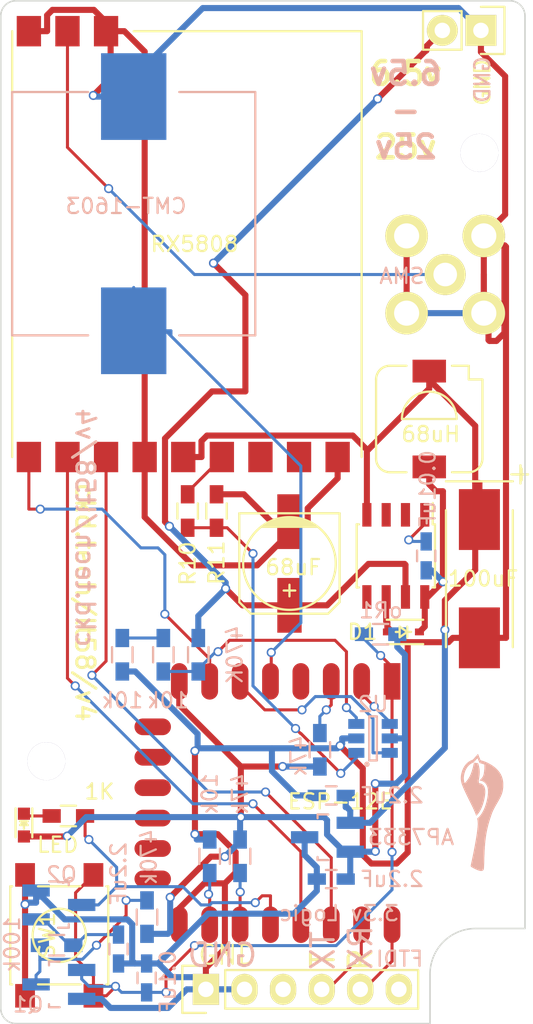
<source format=kicad_pcb>
(kicad_pcb (version 20171130) (host pcbnew "(5.1.12)-1")

  (general
    (thickness 1.6)
    (drawings 24)
    (tracks 439)
    (zones 0)
    (modules 37)
    (nets 40)
  )

  (page A4)
  (layers
    (0 F.Cu signal)
    (31 B.Cu signal)
    (32 B.Adhes user hide)
    (33 F.Adhes user hide)
    (34 B.Paste user hide)
    (35 F.Paste user hide)
    (36 B.SilkS user hide)
    (37 F.SilkS user hide)
    (38 B.Mask user hide)
    (39 F.Mask user hide)
    (40 Dwgs.User user hide)
    (41 Cmts.User user hide)
    (42 Eco1.User user hide)
    (43 Eco2.User user hide)
    (44 Edge.Cuts user)
    (45 Margin user hide)
    (46 B.CrtYd user hide)
    (47 F.CrtYd user hide)
    (48 B.Fab user hide)
    (49 F.Fab user hide)
  )

  (setup
    (last_trace_width 0.2)
    (user_trace_width 0.2)
    (trace_clearance 0.2)
    (zone_clearance 0.5)
    (zone_45_only yes)
    (trace_min 0.2)
    (via_size 0.6)
    (via_drill 0.4)
    (via_min_size 0.4)
    (via_min_drill 0.3)
    (uvia_size 0.3)
    (uvia_drill 0.1)
    (uvias_allowed no)
    (uvia_min_size 0.2)
    (uvia_min_drill 0.1)
    (edge_width 0.1)
    (segment_width 0.2)
    (pcb_text_width 0.3)
    (pcb_text_size 1.5 1.5)
    (mod_edge_width 0.15)
    (mod_text_size 1 1)
    (mod_text_width 0.15)
    (pad_size 2.2352 2.2352)
    (pad_drill 1.016)
    (pad_to_mask_clearance 0)
    (aux_axis_origin 0 0)
    (visible_elements 7FFFFFFF)
    (pcbplotparams
      (layerselection 0x010f0_80000001)
      (usegerberextensions true)
      (usegerberattributes true)
      (usegerberadvancedattributes true)
      (creategerberjobfile true)
      (excludeedgelayer true)
      (linewidth 0.100000)
      (plotframeref false)
      (viasonmask false)
      (mode 1)
      (useauxorigin false)
      (hpglpennumber 1)
      (hpglpenspeed 20)
      (hpglpendiameter 15.000000)
      (psnegative false)
      (psa4output false)
      (plotreference true)
      (plotvalue true)
      (plotinvisibletext false)
      (padsonsilk false)
      (subtractmaskfromsilk false)
      (outputformat 1)
      (mirror false)
      (drillshape 0)
      (scaleselection 1)
      (outputdirectory "gerber/"))
  )

  (net 0 "")
  (net 1 /ESP-Reset/RESET)
  (net 2 GNDPWR)
  (net 3 "Net-(C2-Pad1)")
  (net 4 +5V)
  (net 5 +3V3)
  (net 6 "Net-(CB1-Pad1)")
  (net 7 +BATT)
  (net 8 "Net-(D2-Pad1)")
  (net 9 /RFIN)
  (net 10 "Net-(LS1-Pad1)")
  (net 11 /V+)
  (net 12 /TXO)
  (net 13 /RXI)
  (net 14 /DTR)
  (net 15 /ESP-Reset/GPIO0)
  (net 16 "Net-(R3-Pad1)")
  (net 17 "Net-(R5-Pad2)")
  (net 18 "Net-(R6-Pad2)")
  (net 19 "Net-(R7-Pad2)")
  (net 20 "Net-(R8-Pad2)")
  (net 21 "Net-(RF1-Pad11)")
  (net 22 "Net-(RF1-Pad10)")
  (net 23 /RSSI)
  (net 24 /CLK)
  (net 25 /LE)
  (net 26 /DATA)
  (net 27 "Net-(U1-Pad9)")
  (net 28 "Net-(U1-Pad10)")
  (net 29 "Net-(U1-Pad11)")
  (net 30 "Net-(U1-Pad12)")
  (net 31 "Net-(U1-Pad13)")
  (net 32 "Net-(U1-Pad14)")
  (net 33 /SHARED_ADC)
  (net 34 /ADC_SELECT)
  (net 35 "Net-(U3-Pad5)")
  (net 36 "/5V/3V3 Regulator/5uf")
  (net 37 "Net-(Q1-Pad3)")
  (net 38 "Net-(U1-Pad4)")
  (net 39 "Net-(R10-Pad2)")

  (net_class Default "This is the default net class."
    (clearance 0.2)
    (trace_width 0.2)
    (via_dia 0.6)
    (via_drill 0.4)
    (uvia_dia 0.3)
    (uvia_drill 0.1)
    (add_net /ADC_SELECT)
    (add_net /CLK)
    (add_net /DATA)
    (add_net /DTR)
    (add_net /ESP-Reset/GPIO0)
    (add_net /ESP-Reset/RESET)
    (add_net /LE)
    (add_net /RFIN)
    (add_net /RSSI)
    (add_net /RXI)
    (add_net /SHARED_ADC)
    (add_net /TXO)
    (add_net /V+)
    (add_net "Net-(C2-Pad1)")
    (add_net "Net-(CB1-Pad1)")
    (add_net "Net-(D2-Pad1)")
    (add_net "Net-(LS1-Pad1)")
    (add_net "Net-(Q1-Pad3)")
    (add_net "Net-(R10-Pad2)")
    (add_net "Net-(R3-Pad1)")
    (add_net "Net-(R5-Pad2)")
    (add_net "Net-(R6-Pad2)")
    (add_net "Net-(R7-Pad2)")
    (add_net "Net-(R8-Pad2)")
    (add_net "Net-(RF1-Pad10)")
    (add_net "Net-(RF1-Pad11)")
    (add_net "Net-(U1-Pad10)")
    (add_net "Net-(U1-Pad11)")
    (add_net "Net-(U1-Pad12)")
    (add_net "Net-(U1-Pad13)")
    (add_net "Net-(U1-Pad14)")
    (add_net "Net-(U1-Pad4)")
    (add_net "Net-(U1-Pad9)")
    (add_net "Net-(U3-Pad5)")
  )

  (net_class Power ""
    (clearance 0.2)
    (trace_width 0.4)
    (via_dia 0.6)
    (via_drill 0.4)
    (uvia_dia 0.3)
    (uvia_drill 0.1)
    (add_net +3V3)
    (add_net +5V)
    (add_net +BATT)
    (add_net "/5V/3V3 Regulator/5uf")
    (add_net GNDPWR)
  )

  (module Mounting_Holes:MountingHole_2-5mm (layer F.Cu) (tedit 56241A66) (tstamp 5623D2F3)
    (at 183 112.25)
    (descr "Mounting hole, Befestigungsbohrung, 2,5mm, No Annular, Kein Restring,")
    (tags "Mounting hole, Befestigungsbohrung, 2,5mm, No Annular, Kein Restring,")
    (fp_text reference REF**_2 (at 0 -3.50012) (layer F.SilkS) hide
      (effects (font (size 1 1) (thickness 0.15)))
    )
    (fp_text value MountingHole_2-5mm (at 0.09906 3.59918) (layer F.Fab)
      (effects (font (size 1 1) (thickness 0.15)))
    )
    (fp_circle (center 0 0) (end 2.5 0) (layer Cmts.User) (width 0.381))
    (pad 1 thru_hole circle (at 0 0) (size 2.5 2.5) (drill 2.5) (layers *.Cu *.Mask))
  )

  (module Housings_SOT-23_SOT-143_TSOT-6:SOT-23_Handsoldering (layer B.Cu) (tedit 56241946) (tstamp 56183903)
    (at 183.825 121.7 90)
    (descr "SOT-23, Handsoldering")
    (tags SOT-23)
    (path /5615B5ED/563A7EF9)
    (attr smd)
    (fp_text reference Q2 (at 2 0.175 180) (layer B.SilkS)
      (effects (font (size 1 1) (thickness 0.15)) (justify mirror))
    )
    (fp_text value Q_NMOS_GSD (at 0 -3.81 90) (layer B.Fab) hide
      (effects (font (size 1 1) (thickness 0.15)) (justify mirror))
    )
    (fp_line (start 1.49982 0.65024) (end 1.49982 -0.0508) (layer B.SilkS) (width 0.15))
    (fp_line (start 1.29916 0.65024) (end 1.49982 0.65024) (layer B.SilkS) (width 0.15))
    (fp_line (start -1.49982 0.65024) (end -1.2509 0.65024) (layer B.SilkS) (width 0.15))
    (fp_line (start -1.49982 -0.0508) (end -1.49982 0.65024) (layer B.SilkS) (width 0.15))
    (pad 1 smd rect (at -0.95 -1.50114 90) (size 0.8001 1.80086) (layers B.Cu B.Paste B.Mask)
      (net 3 "Net-(C2-Pad1)"))
    (pad 2 smd rect (at 0.95 -1.50114 90) (size 0.8001 1.80086) (layers B.Cu B.Paste B.Mask)
      (net 2 GNDPWR))
    (pad 3 smd rect (at 0 1.50114 90) (size 0.8001 1.80086) (layers B.Cu B.Paste B.Mask)
      (net 15 /ESP-Reset/GPIO0))
    (model Housings_SOT-23_SOT-143_TSOT-6.3dshapes/SOT-23_Handsoldering.wrl
      (at (xyz 0 0 0))
      (scale (xyz 1 1 1))
      (rotate (xyz 0 0 0))
    )
  )

  (module Housings_SOT-23_SOT-143_TSOT-6:SOT-23_Handsoldering (layer B.Cu) (tedit 5624190B) (tstamp 561838FC)
    (at 183.825 126.925 270)
    (descr "SOT-23, Handsoldering")
    (tags SOT-23)
    (path /5615B5ED/563A7E46)
    (attr smd)
    (fp_text reference Q1 (at 1.325 2.025) (layer B.SilkS)
      (effects (font (size 1 1) (thickness 0.15)) (justify mirror))
    )
    (fp_text value Q_NMOS_GSD (at 0 -3.81 270) (layer B.Fab) hide
      (effects (font (size 1 1) (thickness 0.15)) (justify mirror))
    )
    (fp_line (start 1.49982 0.65024) (end 1.49982 -0.0508) (layer B.SilkS) (width 0.15))
    (fp_line (start 1.29916 0.65024) (end 1.49982 0.65024) (layer B.SilkS) (width 0.15))
    (fp_line (start -1.49982 0.65024) (end -1.2509 0.65024) (layer B.SilkS) (width 0.15))
    (fp_line (start -1.49982 -0.0508) (end -1.49982 0.65024) (layer B.SilkS) (width 0.15))
    (pad 1 smd rect (at -0.95 -1.50114 270) (size 0.8001 1.80086) (layers B.Cu B.Paste B.Mask)
      (net 1 /ESP-Reset/RESET))
    (pad 2 smd rect (at 0.95 -1.50114 270) (size 0.8001 1.80086) (layers B.Cu B.Paste B.Mask)
      (net 2 GNDPWR))
    (pad 3 smd rect (at 0 1.50114 270) (size 0.8001 1.80086) (layers B.Cu B.Paste B.Mask)
      (net 37 "Net-(Q1-Pad3)"))
    (model Housings_SOT-23_SOT-143_TSOT-6.3dshapes/SOT-23_Handsoldering.wrl
      (at (xyz 0 0 0))
      (scale (xyz 1 1 1))
      (rotate (xyz 0 0 0))
    )
  )

  (module Capacitors_SMD:C_0603_HandSoldering (layer B.Cu) (tedit 56241915) (tstamp 5618388D)
    (at 189.6 126.5 90)
    (descr "Capacitor SMD 0603, hand soldering")
    (tags "capacitor 0603")
    (path /5615B5ED/5615B641)
    (attr smd)
    (fp_text reference C1 (at 3 -0.05 90) (layer B.SilkS) hide
      (effects (font (size 1 1) (thickness 0.15)) (justify mirror))
    )
    (fp_text value 0.1uF (at -0.25 1.4 90) (layer B.SilkS)
      (effects (font (size 1 1) (thickness 0.15)) (justify mirror))
    )
    (fp_line (start 0.35 -0.6) (end -0.35 -0.6) (layer B.SilkS) (width 0.15))
    (fp_line (start -0.35 0.6) (end 0.35 0.6) (layer B.SilkS) (width 0.15))
    (fp_line (start 1.85 0.75) (end 1.85 -0.75) (layer B.CrtYd) (width 0.05))
    (fp_line (start -1.85 0.75) (end -1.85 -0.75) (layer B.CrtYd) (width 0.05))
    (fp_line (start -1.85 -0.75) (end 1.85 -0.75) (layer B.CrtYd) (width 0.05))
    (fp_line (start -1.85 0.75) (end 1.85 0.75) (layer B.CrtYd) (width 0.05))
    (pad 1 smd rect (at -0.95 0 90) (size 1.2 0.75) (layers B.Cu B.Paste B.Mask)
      (net 1 /ESP-Reset/RESET))
    (pad 2 smd rect (at 0.95 0 90) (size 1.2 0.75) (layers B.Cu B.Paste B.Mask)
      (net 2 GNDPWR))
    (model Capacitors_SMD.3dshapes/C_0603_HandSoldering.wrl
      (at (xyz 0 0 0))
      (scale (xyz 1 1 1))
      (rotate (xyz 0 0 0))
    )
  )

  (module Capacitors_SMD:C_0603_HandSoldering (layer B.Cu) (tedit 564BC90C) (tstamp 56183893)
    (at 187.75 124.6 270)
    (descr "Capacitor SMD 0603, hand soldering")
    (tags "capacitor 0603")
    (path /5615B5ED/56161A55)
    (attr smd)
    (fp_text reference C2 (at 3 0 270) (layer B.SilkS) hide
      (effects (font (size 1 1) (thickness 0.15)) (justify mirror))
    )
    (fp_text value 2.2uF (at -4.95 0 270) (layer B.SilkS)
      (effects (font (size 1 1) (thickness 0.15)) (justify mirror))
    )
    (fp_line (start 0.35 -0.6) (end -0.35 -0.6) (layer B.SilkS) (width 0.15))
    (fp_line (start -0.35 0.6) (end 0.35 0.6) (layer B.SilkS) (width 0.15))
    (fp_line (start 1.85 0.75) (end 1.85 -0.75) (layer B.CrtYd) (width 0.05))
    (fp_line (start -1.85 0.75) (end -1.85 -0.75) (layer B.CrtYd) (width 0.05))
    (fp_line (start -1.85 -0.75) (end 1.85 -0.75) (layer B.CrtYd) (width 0.05))
    (fp_line (start -1.85 0.75) (end 1.85 0.75) (layer B.CrtYd) (width 0.05))
    (pad 1 smd rect (at -0.95 0 270) (size 1.2 0.75) (layers B.Cu B.Paste B.Mask)
      (net 3 "Net-(C2-Pad1)"))
    (pad 2 smd rect (at 0.95 0 270) (size 1.2 0.75) (layers B.Cu B.Paste B.Mask)
      (net 2 GNDPWR))
    (model Capacitors_SMD.3dshapes/C_0603_HandSoldering.wrl
      (at (xyz 0 0 0))
      (scale (xyz 1 1 1))
      (rotate (xyz 0 0 0))
    )
  )

  (module Capacitors_SMD:C_0603_HandSoldering (layer B.Cu) (tedit 5624199C) (tstamp 56183899)
    (at 201.75 114.5 180)
    (descr "Capacitor SMD 0603, hand soldering")
    (tags "capacitor 0603")
    (path /56158CC6/561707C5)
    (attr smd)
    (fp_text reference C3 (at 0 1.9 180) (layer B.SilkS) hide
      (effects (font (size 1 1) (thickness 0.15)) (justify mirror))
    )
    (fp_text value 2.2uF (at -4 0 180) (layer B.SilkS)
      (effects (font (size 1 1) (thickness 0.15)) (justify mirror))
    )
    (fp_line (start 0.35 -0.6) (end -0.35 -0.6) (layer B.SilkS) (width 0.15))
    (fp_line (start -0.35 0.6) (end 0.35 0.6) (layer B.SilkS) (width 0.15))
    (fp_line (start 1.85 0.75) (end 1.85 -0.75) (layer B.CrtYd) (width 0.05))
    (fp_line (start -1.85 0.75) (end -1.85 -0.75) (layer B.CrtYd) (width 0.05))
    (fp_line (start -1.85 -0.75) (end 1.85 -0.75) (layer B.CrtYd) (width 0.05))
    (fp_line (start -1.85 0.75) (end 1.85 0.75) (layer B.CrtYd) (width 0.05))
    (pad 1 smd rect (at -0.95 0 180) (size 1.2 0.75) (layers B.Cu B.Paste B.Mask)
      (net 4 +5V))
    (pad 2 smd rect (at 0.95 0 180) (size 1.2 0.75) (layers B.Cu B.Paste B.Mask)
      (net 2 GNDPWR))
    (model Capacitors_SMD.3dshapes/C_0603_HandSoldering.wrl
      (at (xyz 0 0 0))
      (scale (xyz 1 1 1))
      (rotate (xyz 0 0 0))
    )
  )

  (module Capacitors_SMD:C_0603_HandSoldering (layer B.Cu) (tedit 7FFFFFFF) (tstamp 5618389F)
    (at 201.75 120 180)
    (descr "Capacitor SMD 0603, hand soldering")
    (tags "capacitor 0603")
    (path /56158CC6/561707FF)
    (attr smd)
    (fp_text reference C4 (at 0 -1.45 180) (layer B.SilkS) hide
      (effects (font (size 1 1) (thickness 0.15)) (justify mirror))
    )
    (fp_text value 2.2uF (at -4 0 180) (layer B.SilkS)
      (effects (font (size 1 1) (thickness 0.15)) (justify mirror))
    )
    (fp_line (start 0.35 -0.6) (end -0.35 -0.6) (layer B.SilkS) (width 0.15))
    (fp_line (start -0.35 0.6) (end 0.35 0.6) (layer B.SilkS) (width 0.15))
    (fp_line (start 1.85 0.75) (end 1.85 -0.75) (layer B.CrtYd) (width 0.05))
    (fp_line (start -1.85 0.75) (end -1.85 -0.75) (layer B.CrtYd) (width 0.05))
    (fp_line (start -1.85 -0.75) (end 1.85 -0.75) (layer B.CrtYd) (width 0.05))
    (fp_line (start -1.85 0.75) (end 1.85 0.75) (layer B.CrtYd) (width 0.05))
    (pad 1 smd rect (at -0.95 0 180) (size 1.2 0.75) (layers B.Cu B.Paste B.Mask)
      (net 5 +3V3))
    (pad 2 smd rect (at 0.95 0 180) (size 1.2 0.75) (layers B.Cu B.Paste B.Mask)
      (net 2 GNDPWR))
    (model Capacitors_SMD.3dshapes/C_0603_HandSoldering.wrl
      (at (xyz 0 0 0))
      (scale (xyz 1 1 1))
      (rotate (xyz 0 0 0))
    )
  )

  (module Capacitors_SMD:C_0603_HandSoldering (layer B.Cu) (tedit 561F19C5) (tstamp 561838A5)
    (at 208 98.75 270)
    (descr "Capacitor SMD 0603, hand soldering")
    (tags "capacitor 0603")
    (path /56158CC6/5616FC4F)
    (attr smd)
    (fp_text reference CB1 (at -3.6 0.1) (layer B.SilkS) hide
      (effects (font (size 1 1) (thickness 0.15)) (justify mirror))
    )
    (fp_text value 0.01uF (at -4.4 -0.1 270) (layer B.SilkS)
      (effects (font (size 1 1) (thickness 0.15)) (justify mirror))
    )
    (fp_line (start 0.35 -0.6) (end -0.35 -0.6) (layer B.SilkS) (width 0.15))
    (fp_line (start -0.35 0.6) (end 0.35 0.6) (layer B.SilkS) (width 0.15))
    (fp_line (start 1.85 0.75) (end 1.85 -0.75) (layer B.CrtYd) (width 0.05))
    (fp_line (start -1.85 0.75) (end -1.85 -0.75) (layer B.CrtYd) (width 0.05))
    (fp_line (start -1.85 -0.75) (end 1.85 -0.75) (layer B.CrtYd) (width 0.05))
    (fp_line (start -1.85 0.75) (end 1.85 0.75) (layer B.CrtYd) (width 0.05))
    (pad 1 smd rect (at -0.95 0 270) (size 1.2 0.75) (layers B.Cu B.Paste B.Mask)
      (net 6 "Net-(CB1-Pad1)"))
    (pad 2 smd rect (at 0.95 0 270) (size 1.2 0.75) (layers B.Cu B.Paste B.Mask)
      (net 36 "/5V/3V3 Regulator/5uf"))
    (model Capacitors_SMD.3dshapes/C_0603_HandSoldering.wrl
      (at (xyz 0 0 0))
      (scale (xyz 1 1 1))
      (rotate (xyz 0 0 0))
    )
  )

  (module Capacitors_SMD:c_elec_6.3x7.7 (layer F.Cu) (tedit 56241A32) (tstamp 561838AB)
    (at 199 99.25 270)
    (descr "SMT capacitor, aluminium electrolytic, 6.3x7.7")
    (path /56158CC6/56317521)
    (attr smd)
    (fp_text reference Cin1 (at 0 -4.318 270) (layer F.SilkS) hide
      (effects (font (size 1 1) (thickness 0.15)))
    )
    (fp_text value 68uF (at 0.25 -0.25) (layer F.SilkS)
      (effects (font (size 1 1) (thickness 0.15)))
    )
    (fp_circle (center 0 0) (end -3.048 0) (layer F.SilkS) (width 0.15))
    (fp_line (start 1.778 -0.381) (end 1.778 0.381) (layer F.SilkS) (width 0.15))
    (fp_line (start 2.159 0) (end 1.397 0) (layer F.SilkS) (width 0.15))
    (fp_line (start 2.54 -3.302) (end -3.302 -3.302) (layer F.SilkS) (width 0.15))
    (fp_line (start 3.302 -2.54) (end 2.54 -3.302) (layer F.SilkS) (width 0.15))
    (fp_line (start 3.302 2.54) (end 3.302 -2.54) (layer F.SilkS) (width 0.15))
    (fp_line (start 2.54 3.302) (end 3.302 2.54) (layer F.SilkS) (width 0.15))
    (fp_line (start -3.302 3.302) (end 2.54 3.302) (layer F.SilkS) (width 0.15))
    (fp_line (start -3.302 -3.302) (end -3.302 3.302) (layer F.SilkS) (width 0.15))
    (fp_line (start -2.413 -1.778) (end -2.413 1.778) (layer F.SilkS) (width 0.15))
    (fp_line (start -2.54 1.651) (end -2.54 -1.651) (layer F.SilkS) (width 0.15))
    (fp_line (start -2.667 -1.397) (end -2.667 1.397) (layer F.SilkS) (width 0.15))
    (fp_line (start -2.794 1.143) (end -2.794 -1.143) (layer F.SilkS) (width 0.15))
    (fp_line (start -2.921 -0.762) (end -2.921 0.762) (layer F.SilkS) (width 0.15))
    (fp_line (start -4.85 3.55) (end -4.85 -3.55) (layer F.CrtYd) (width 0.05))
    (fp_line (start 4.85 3.55) (end -4.85 3.55) (layer F.CrtYd) (width 0.05))
    (fp_line (start 4.85 -3.55) (end 4.85 3.55) (layer F.CrtYd) (width 0.05))
    (fp_line (start -4.85 -3.55) (end 4.85 -3.55) (layer F.CrtYd) (width 0.05))
    (pad 1 smd rect (at 2.75082 0 270) (size 3.59918 1.6002) (layers F.Cu F.Paste F.Mask)
      (net 7 +BATT))
    (pad 2 smd rect (at -2.75082 0 270) (size 3.59918 1.6002) (layers F.Cu F.Paste F.Mask)
      (net 2 GNDPWR))
    (model Capacitors_SMD.3dshapes/c_elec_6.3x7.7.wrl
      (at (xyz 0 0 0))
      (scale (xyz 1 1 1))
      (rotate (xyz 0 0 0))
    )
  )

  (module Capacitors_Tantalum_SMD:TantalC_SizeD_EIA-7343_HandSoldering (layer F.Cu) (tedit 56241A24) (tstamp 561838BC)
    (at 211.5 100.25 270)
    (descr "Tantal Cap. , Size D, EIA-7343, Hand Soldering,")
    (tags "Tantal Cap. , Size D, EIA-7343, Hand Soldering,")
    (path /56158CC6/56317446)
    (attr smd)
    (fp_text reference Cout1 (at 0 4.4 180) (layer F.SilkS) hide
      (effects (font (size 1 1) (thickness 0.15)))
    )
    (fp_text value 100uF (at 0 -0.25) (layer F.SilkS)
      (effects (font (size 1 1) (thickness 0.15)))
    )
    (fp_line (start -7.45744 -2.70256) (end -6.25856 -2.70256) (layer F.SilkS) (width 0.15))
    (fp_line (start -6.858 -3.20294) (end -6.858 -2.10312) (layer F.SilkS) (width 0.15))
    (fp_line (start 4.50088 -2.19964) (end -4.50088 -2.19964) (layer F.SilkS) (width 0.15))
    (fp_line (start -4.50088 2.19964) (end 4.50088 2.19964) (layer F.SilkS) (width 0.15))
    (fp_line (start -6.40334 -2.19964) (end -6.40334 2.19964) (layer F.SilkS) (width 0.15))
    (fp_text user + (at -6.85546 -2.70002 270) (layer F.SilkS)
      (effects (font (size 1 1) (thickness 0.15)))
    )
    (pad 2 smd rect (at 3.88874 0 270) (size 4.0005 2.70002) (layers F.Cu F.Paste F.Mask)
      (net 2 GNDPWR))
    (pad 1 smd rect (at -3.88874 0 270) (size 4.0005 2.70002) (layers F.Cu F.Paste F.Mask)
      (net 4 +5V))
    (model Capacitors_Tantalum_SMD.3dshapes/TantalC_SizeD_EIA-7343_HandSoldering.wrl
      (at (xyz 0 0 0))
      (scale (xyz 1 1 1))
      (rotate (xyz 0 0 180))
    )
  )

  (module Diodes_SMD:SOD-323 (layer F.Cu) (tedit 561F195F) (tstamp 561838C2)
    (at 206.5 103.75 180)
    (descr SOD-323)
    (tags SOD-323)
    (path /56158CC6/5616FF59)
    (attr smd)
    (fp_text reference D1 (at 2.7 0 180) (layer F.SilkS)
      (effects (font (size 1 1) (thickness 0.15)))
    )
    (fp_text value SD103BWS-TP (at 0.1 1.9 180) (layer F.Fab) hide
      (effects (font (size 1 1) (thickness 0.15)))
    )
    (fp_line (start -1.3 -0.8) (end 1.1 -0.8) (layer F.SilkS) (width 0.15))
    (fp_line (start -1.3 0.8) (end 1.1 0.8) (layer F.SilkS) (width 0.15))
    (fp_line (start -1.5 -0.95) (end -1.5 0.95) (layer F.CrtYd) (width 0.05))
    (fp_line (start -1.5 0.95) (end 1.5 0.95) (layer F.CrtYd) (width 0.05))
    (fp_line (start 1.5 -0.95) (end 1.5 0.95) (layer F.CrtYd) (width 0.05))
    (fp_line (start -1.5 -0.95) (end 1.5 -0.95) (layer F.CrtYd) (width 0.05))
    (fp_line (start -0.25 -0.35) (end -0.25 0.35) (layer F.SilkS) (width 0.15))
    (fp_line (start 0.25 0.35) (end -0.25 0) (layer F.SilkS) (width 0.15))
    (fp_line (start 0.25 -0.35) (end 0.25 0.35) (layer F.SilkS) (width 0.15))
    (fp_line (start -0.25 0) (end 0.25 -0.35) (layer F.SilkS) (width 0.15))
    (fp_line (start -0.25 0) (end -0.5 0) (layer F.SilkS) (width 0.15))
    (fp_line (start 0.25 0) (end 0.5 0) (layer F.SilkS) (width 0.15))
    (pad 1 smd rect (at -1.055 0 180) (size 0.59 0.45) (layers F.Cu F.Paste F.Mask)
      (net 36 "/5V/3V3 Regulator/5uf"))
    (pad 2 smd rect (at 1.055 0 180) (size 0.59 0.45) (layers F.Cu F.Paste F.Mask)
      (net 2 GNDPWR))
  )

  (module LEDs:LED-0603 (layer F.Cu) (tedit 56241A7B) (tstamp 561838C8)
    (at 181.525 116.45 270)
    (descr "LED 0603 smd package")
    (tags "LED led 0603 SMD smd SMT smt smdled SMDLED smtled SMTLED")
    (path /5616CE7A)
    (attr smd)
    (fp_text reference D2 (at 0 -1.5 270) (layer F.SilkS) hide
      (effects (font (size 1 1) (thickness 0.15)))
    )
    (fp_text value LED (at 1.3 -2.225) (layer F.SilkS)
      (effects (font (size 1 1) (thickness 0.15)))
    )
    (fp_line (start -1.4 -0.75) (end 1.4 -0.75) (layer F.CrtYd) (width 0.05))
    (fp_line (start -1.4 0.75) (end -1.4 -0.75) (layer F.CrtYd) (width 0.05))
    (fp_line (start 1.4 0.75) (end -1.4 0.75) (layer F.CrtYd) (width 0.05))
    (fp_line (start 1.4 -0.75) (end 1.4 0.75) (layer F.CrtYd) (width 0.05))
    (fp_line (start 0 0.25) (end -0.25 0) (layer F.SilkS) (width 0.15))
    (fp_line (start 0 -0.25) (end 0 0.25) (layer F.SilkS) (width 0.15))
    (fp_line (start -0.25 0) (end 0 -0.25) (layer F.SilkS) (width 0.15))
    (fp_line (start -0.25 -0.25) (end -0.25 0.25) (layer F.SilkS) (width 0.15))
    (fp_line (start -0.2 0) (end 0.25 0) (layer F.SilkS) (width 0.15))
    (fp_line (start -1.1 -0.55) (end 0.8 -0.55) (layer F.SilkS) (width 0.15))
    (fp_line (start -1.1 0.55) (end 0.8 0.55) (layer F.SilkS) (width 0.15))
    (pad 2 smd rect (at 0.7493 0 90) (size 0.79756 0.79756) (layers F.Cu F.Paste F.Mask)
      (net 5 +3V3))
    (pad 1 smd rect (at -0.7493 0 90) (size 0.79756 0.79756) (layers F.Cu F.Paste F.Mask)
      (net 8 "Net-(D2-Pad1)"))
  )

  (module sma-jack:SMA-Jack-Straight (layer F.Cu) (tedit 561F18C8) (tstamp 561838D1)
    (at 209.25 80.25)
    (path /56176123)
    (fp_text reference J1 (at 0.4989 5.2964) (layer F.SilkS) hide
      (effects (font (size 1 1) (thickness 0.15)))
    )
    (fp_text value SMA (at -2.85 0.1) (layer B.SilkS)
      (effects (font (size 1 1) (thickness 0.15)) (justify mirror))
    )
    (pad 2 thru_hole circle (at -2.54 -2.54) (size 2.8 2.8) (drill 1.65) (layers *.Cu *.Mask F.SilkS)
      (net 2 GNDPWR))
    (pad 5 thru_hole circle (at -2.54 2.54) (size 2.8 2.8) (drill 1.65) (layers *.Cu *.Mask F.SilkS)
      (net 2 GNDPWR))
    (pad 4 thru_hole circle (at 2.54 2.54) (size 2.8 2.8) (drill 1.65) (layers *.Cu *.Mask F.SilkS)
      (net 2 GNDPWR))
    (pad 3 thru_hole circle (at 2.54 -2.54) (size 2.8 2.8) (drill 1.65) (layers *.Cu *.Mask F.SilkS)
      (net 2 GNDPWR))
    (pad 1 thru_hole circle (at 0 0) (size 2.7 2.7) (drill 1.55) (layers *.Cu *.Mask F.SilkS)
      (net 9 /RFIN))
  )

  (module slf7032:SLF7032 (layer F.Cu) (tedit 561F1988) (tstamp 7FFFFFFF)
    (at 208.2 89.75 270)
    (path /56158CC6/5616FC17)
    (fp_text reference L1 (at -5.5 0.1 180) (layer F.SilkS) hide
      (effects (font (size 1 1) (thickness 0.15)))
    )
    (fp_text value 68uH (at 1 -0.1 180) (layer F.SilkS)
      (effects (font (size 1 1) (thickness 0.15)))
    )
    (fp_line (start -2.6 -3.5) (end 2.6 -3.5) (layer F.SilkS) (width 0.15))
    (fp_line (start -2.6 3.5) (end 2.6 3.5) (layer F.SilkS) (width 0.15))
    (fp_line (start -3.5 1.5) (end -3.5 2.6) (layer F.SilkS) (width 0.15))
    (fp_line (start -3.5 -2.6) (end -3.5 -1.5) (layer F.SilkS) (width 0.15))
    (fp_line (start 3.5 -2.6) (end 3.5 -1.5) (layer F.SilkS) (width 0.15))
    (fp_line (start 3.5 1.5) (end 3.5 2.6) (layer F.SilkS) (width 0.15))
    (fp_line (start -2.6 -2.6) (end -2.6 -3.5) (layer F.SilkS) (width 0.15))
    (fp_line (start -3.5 -2.6) (end -2.6 -2.6) (layer F.SilkS) (width 0.15))
    (fp_line (start 0 1.8) (end 0 -1.8) (layer F.SilkS) (width 0.15))
    (fp_arc (start 0 0) (end 0 1.8) (angle 90) (layer F.SilkS) (width 0.15))
    (fp_arc (start 0 0) (end -1.8 0) (angle 90) (layer F.SilkS) (width 0.15))
    (fp_arc (start -2.6 2.6) (end -2.6 3.5) (angle 90) (layer F.SilkS) (width 0.15))
    (fp_arc (start 2.6 2.6) (end 3.5 2.6) (angle 90) (layer F.SilkS) (width 0.15))
    (fp_arc (start 2.6 -2.6) (end 2.6 -3.5) (angle 90) (layer F.SilkS) (width 0.15))
    (pad 1 smd rect (at -3.15 0 270) (size 1.5 2.2) (layers F.Cu F.Paste F.Mask)
      (net 4 +5V))
    (pad 2 smd rect (at 3.15 0 270) (size 1.5 2.2) (layers F.Cu F.Paste F.Mask)
      (net 36 "/5V/3V3 Regulator/5uf"))
  )

  (module cmt-1603-smt:CMT-1603-SMT (layer B.Cu) (tedit 561F18D9) (tstamp 561838EB)
    (at 188.75 76.25 270)
    (path /56161010)
    (fp_text reference LS1 (at 0 -0.5) (layer B.SilkS) hide
      (effects (font (size 1 1) (thickness 0.15)) (justify mirror))
    )
    (fp_text value CMT-1603 (at -0.5 0.5) (layer B.SilkS)
      (effects (font (size 1 1) (thickness 0.15)) (justify mirror))
    )
    (fp_line (start -8 -3) (end -8 -8) (layer B.SilkS) (width 0.15))
    (fp_line (start -8 -8) (end 8 -8) (layer B.SilkS) (width 0.15))
    (fp_line (start 8 8) (end 8 3) (layer B.SilkS) (width 0.15))
    (fp_line (start -8 8) (end 8 8) (layer B.SilkS) (width 0.15))
    (fp_line (start 8 -3) (end 8 -8) (layer B.SilkS) (width 0.15))
    (fp_line (start -8 8) (end -8 3) (layer B.SilkS) (width 0.15))
    (pad 2 smd rect (at -4.85 0 270) (size 5.7 4.3) (drill (offset -2.85 0)) (layers B.Cu B.Paste B.Mask)
      (net 2 GNDPWR))
    (pad 1 smd rect (at 4.85 0 270) (size 5.7 4.3) (drill (offset 2.85 0)) (layers B.Cu B.Paste B.Mask)
      (net 10 "Net-(LS1-Pad1)"))
  )

  (module Resistors_SMD:R_0603_HandSoldering (layer B.Cu) (tedit 564BC941) (tstamp 56183909)
    (at 189.625 122.5 90)
    (descr "Resistor SMD 0603, hand soldering")
    (tags "resistor 0603")
    (path /5615B5ED/56161A89)
    (attr smd)
    (fp_text reference R1 (at 3 0 90) (layer B.SilkS) hide
      (effects (font (size 1 1) (thickness 0.15)) (justify mirror))
    )
    (fp_text value 470k (at 3.95 0.125 90) (layer B.SilkS)
      (effects (font (size 1 1) (thickness 0.15)) (justify mirror))
    )
    (fp_line (start -0.5 0.675) (end 0.5 0.675) (layer B.SilkS) (width 0.15))
    (fp_line (start 0.5 -0.675) (end -0.5 -0.675) (layer B.SilkS) (width 0.15))
    (fp_line (start 2 0.8) (end 2 -0.8) (layer B.CrtYd) (width 0.05))
    (fp_line (start -2 0.8) (end -2 -0.8) (layer B.CrtYd) (width 0.05))
    (fp_line (start -2 -0.8) (end 2 -0.8) (layer B.CrtYd) (width 0.05))
    (fp_line (start -2 0.8) (end 2 0.8) (layer B.CrtYd) (width 0.05))
    (pad 1 smd rect (at -1.1 0 90) (size 1.2 0.9) (layers B.Cu B.Paste B.Mask)
      (net 5 +3V3))
    (pad 2 smd rect (at 1.1 0 90) (size 1.2 0.9) (layers B.Cu B.Paste B.Mask)
      (net 37 "Net-(Q1-Pad3)"))
    (model Resistors_SMD.3dshapes/R_0603_HandSoldering.wrl
      (at (xyz 0 0 0))
      (scale (xyz 1 1 1))
      (rotate (xyz 0 0 0))
    )
  )

  (module Resistors_SMD:R_0603_HandSoldering (layer B.Cu) (tedit 5624192E) (tstamp 5618390F)
    (at 183.675 124.35 180)
    (descr "Resistor SMD 0603, hand soldering")
    (tags "resistor 0603")
    (path /5615B5ED/56161B4F)
    (attr smd)
    (fp_text reference R2 (at 3 0 180) (layer B.SilkS) hide
      (effects (font (size 1 1) (thickness 0.15)) (justify mirror))
    )
    (fp_text value 100k (at 2.925 0.05 270) (layer B.SilkS)
      (effects (font (size 1 1) (thickness 0.15)) (justify mirror))
    )
    (fp_line (start -0.5 0.675) (end 0.5 0.675) (layer B.SilkS) (width 0.15))
    (fp_line (start 0.5 -0.675) (end -0.5 -0.675) (layer B.SilkS) (width 0.15))
    (fp_line (start 2 0.8) (end 2 -0.8) (layer B.CrtYd) (width 0.05))
    (fp_line (start -2 0.8) (end -2 -0.8) (layer B.CrtYd) (width 0.05))
    (fp_line (start -2 -0.8) (end 2 -0.8) (layer B.CrtYd) (width 0.05))
    (fp_line (start -2 0.8) (end 2 0.8) (layer B.CrtYd) (width 0.05))
    (pad 1 smd rect (at -1.1 0 180) (size 1.2 0.9) (layers B.Cu B.Paste B.Mask)
      (net 3 "Net-(C2-Pad1)"))
    (pad 2 smd rect (at 1.1 0 180) (size 1.2 0.9) (layers B.Cu B.Paste B.Mask)
      (net 37 "Net-(Q1-Pad3)"))
    (model Resistors_SMD.3dshapes/R_0603_HandSoldering.wrl
      (at (xyz 0 0 0))
      (scale (xyz 1 1 1))
      (rotate (xyz 0 0 0))
    )
  )

  (module Resistors_SMD:R_0603_HandSoldering (layer B.Cu) (tedit 564BC920) (tstamp 56183915)
    (at 201 111.5 270)
    (descr "Resistor SMD 0603, hand soldering")
    (tags "resistor 0603")
    (path /5616CA28)
    (attr smd)
    (fp_text reference R3 (at 3.4 0.1) (layer B.SilkS) hide
      (effects (font (size 1 1) (thickness 0.15)) (justify mirror))
    )
    (fp_text value 47k (at 0.4 1.4 270) (layer B.SilkS)
      (effects (font (size 1 1) (thickness 0.15)) (justify mirror))
    )
    (fp_line (start -0.5 0.675) (end 0.5 0.675) (layer B.SilkS) (width 0.15))
    (fp_line (start 0.5 -0.675) (end -0.5 -0.675) (layer B.SilkS) (width 0.15))
    (fp_line (start 2 0.8) (end 2 -0.8) (layer B.CrtYd) (width 0.05))
    (fp_line (start -2 0.8) (end -2 -0.8) (layer B.CrtYd) (width 0.05))
    (fp_line (start -2 -0.8) (end 2 -0.8) (layer B.CrtYd) (width 0.05))
    (fp_line (start -2 0.8) (end 2 0.8) (layer B.CrtYd) (width 0.05))
    (pad 1 smd rect (at -1.1 0 270) (size 1.2 0.9) (layers B.Cu B.Paste B.Mask)
      (net 16 "Net-(R3-Pad1)"))
    (pad 2 smd rect (at 1.1 0 270) (size 1.2 0.9) (layers B.Cu B.Paste B.Mask)
      (net 5 +3V3))
    (model Resistors_SMD.3dshapes/R_0603_HandSoldering.wrl
      (at (xyz 0 0 0))
      (scale (xyz 1 1 1))
      (rotate (xyz 0 0 0))
    )
  )

  (module Resistors_SMD:R_0603_HandSoldering (layer F.Cu) (tedit 56241A72) (tstamp 5618391B)
    (at 184.45 115.85)
    (descr "Resistor SMD 0603, hand soldering")
    (tags "resistor 0603")
    (path /5616CF35)
    (attr smd)
    (fp_text reference R4 (at 0 -1.9) (layer F.SilkS) hide
      (effects (font (size 1 1) (thickness 0.15)))
    )
    (fp_text value 1K (at 2.05 -1.6) (layer F.SilkS)
      (effects (font (size 1 1) (thickness 0.15)))
    )
    (fp_line (start -0.5 -0.675) (end 0.5 -0.675) (layer F.SilkS) (width 0.15))
    (fp_line (start 0.5 0.675) (end -0.5 0.675) (layer F.SilkS) (width 0.15))
    (fp_line (start 2 -0.8) (end 2 0.8) (layer F.CrtYd) (width 0.05))
    (fp_line (start -2 -0.8) (end -2 0.8) (layer F.CrtYd) (width 0.05))
    (fp_line (start -2 0.8) (end 2 0.8) (layer F.CrtYd) (width 0.05))
    (fp_line (start -2 -0.8) (end 2 -0.8) (layer F.CrtYd) (width 0.05))
    (pad 1 smd rect (at -1.1 0) (size 1.2 0.9) (layers F.Cu F.Paste F.Mask)
      (net 8 "Net-(D2-Pad1)"))
    (pad 2 smd rect (at 1.1 0) (size 1.2 0.9) (layers F.Cu F.Paste F.Mask)
      (net 15 /ESP-Reset/GPIO0))
    (model Resistors_SMD.3dshapes/R_0603_HandSoldering.wrl
      (at (xyz 0 0 0))
      (scale (xyz 1 1 1))
      (rotate (xyz 0 0 0))
    )
  )

  (module Resistors_SMD:R_0603_HandSoldering (layer B.Cu) (tedit 564BC928) (tstamp 56183921)
    (at 195.75 118.5 270)
    (descr "Resistor SMD 0603, hand soldering")
    (tags "resistor 0603")
    (path /5616CBEE)
    (attr smd)
    (fp_text reference R5 (at -3.1 0) (layer B.SilkS) hide
      (effects (font (size 1 1) (thickness 0.15)) (justify mirror))
    )
    (fp_text value 47k (at -4.1 0 270) (layer B.SilkS)
      (effects (font (size 1 1) (thickness 0.15)) (justify mirror))
    )
    (fp_line (start -0.5 0.675) (end 0.5 0.675) (layer B.SilkS) (width 0.15))
    (fp_line (start 0.5 -0.675) (end -0.5 -0.675) (layer B.SilkS) (width 0.15))
    (fp_line (start 2 0.8) (end 2 -0.8) (layer B.CrtYd) (width 0.05))
    (fp_line (start -2 0.8) (end -2 -0.8) (layer B.CrtYd) (width 0.05))
    (fp_line (start -2 -0.8) (end 2 -0.8) (layer B.CrtYd) (width 0.05))
    (fp_line (start -2 0.8) (end 2 0.8) (layer B.CrtYd) (width 0.05))
    (pad 1 smd rect (at -1.1 0 270) (size 1.2 0.9) (layers B.Cu B.Paste B.Mask)
      (net 5 +3V3))
    (pad 2 smd rect (at 1.1 0 270) (size 1.2 0.9) (layers B.Cu B.Paste B.Mask)
      (net 17 "Net-(R5-Pad2)"))
    (model Resistors_SMD.3dshapes/R_0603_HandSoldering.wrl
      (at (xyz 0 0 0))
      (scale (xyz 1 1 1))
      (rotate (xyz 0 0 0))
    )
  )

  (module Resistors_SMD:R_0603_HandSoldering (layer B.Cu) (tedit 564BC92E) (tstamp 56183927)
    (at 193.75 118.5 270)
    (descr "Resistor SMD 0603, hand soldering")
    (tags "resistor 0603")
    (path /5616C961)
    (attr smd)
    (fp_text reference R6 (at -3.1 0.1) (layer B.SilkS) hide
      (effects (font (size 1 1) (thickness 0.15)) (justify mirror))
    )
    (fp_text value 10k (at -4.1 0 270) (layer B.SilkS)
      (effects (font (size 1 1) (thickness 0.15)) (justify mirror))
    )
    (fp_line (start -0.5 0.675) (end 0.5 0.675) (layer B.SilkS) (width 0.15))
    (fp_line (start 0.5 -0.675) (end -0.5 -0.675) (layer B.SilkS) (width 0.15))
    (fp_line (start 2 0.8) (end 2 -0.8) (layer B.CrtYd) (width 0.05))
    (fp_line (start -2 0.8) (end -2 -0.8) (layer B.CrtYd) (width 0.05))
    (fp_line (start -2 -0.8) (end 2 -0.8) (layer B.CrtYd) (width 0.05))
    (fp_line (start -2 0.8) (end 2 0.8) (layer B.CrtYd) (width 0.05))
    (pad 1 smd rect (at -1.1 0 270) (size 1.2 0.9) (layers B.Cu B.Paste B.Mask)
      (net 2 GNDPWR))
    (pad 2 smd rect (at 1.1 0 270) (size 1.2 0.9) (layers B.Cu B.Paste B.Mask)
      (net 18 "Net-(R6-Pad2)"))
    (model Resistors_SMD.3dshapes/R_0603_HandSoldering.wrl
      (at (xyz 0 0 0))
      (scale (xyz 1 1 1))
      (rotate (xyz 0 0 0))
    )
  )

  (module Resistors_SMD:R_0603_HandSoldering (layer B.Cu) (tedit 564BC953) (tstamp 5618392D)
    (at 193 105.25 270)
    (descr "Resistor SMD 0603, hand soldering")
    (tags "resistor 0603")
    (path /5616C40F)
    (attr smd)
    (fp_text reference R7 (at 2.7 0 180) (layer B.SilkS) hide
      (effects (font (size 1 1) (thickness 0.15)) (justify mirror))
    )
    (fp_text value 470K (at 0 -2.4 270) (layer B.SilkS)
      (effects (font (size 1 1) (thickness 0.15)) (justify mirror))
    )
    (fp_line (start -0.5 0.675) (end 0.5 0.675) (layer B.SilkS) (width 0.15))
    (fp_line (start 0.5 -0.675) (end -0.5 -0.675) (layer B.SilkS) (width 0.15))
    (fp_line (start 2 0.8) (end 2 -0.8) (layer B.CrtYd) (width 0.05))
    (fp_line (start -2 0.8) (end -2 -0.8) (layer B.CrtYd) (width 0.05))
    (fp_line (start -2 -0.8) (end 2 -0.8) (layer B.CrtYd) (width 0.05))
    (fp_line (start -2 0.8) (end 2 0.8) (layer B.CrtYd) (width 0.05))
    (pad 1 smd rect (at -1.1 0 270) (size 1.2 0.9) (layers B.Cu B.Paste B.Mask)
      (net 7 +BATT))
    (pad 2 smd rect (at 1.1 0 270) (size 1.2 0.9) (layers B.Cu B.Paste B.Mask)
      (net 19 "Net-(R7-Pad2)"))
    (model Resistors_SMD.3dshapes/R_0603_HandSoldering.wrl
      (at (xyz 0 0 0))
      (scale (xyz 1 1 1))
      (rotate (xyz 0 0 0))
    )
  )

  (module Resistors_SMD:R_0603_HandSoldering (layer B.Cu) (tedit 561F19B5) (tstamp 56183933)
    (at 190.7 105.25 90)
    (descr "Resistor SMD 0603, hand soldering")
    (tags "resistor 0603")
    (path /5616C462)
    (attr smd)
    (fp_text reference R8 (at -2.7 0) (layer B.SilkS) hide
      (effects (font (size 1 1) (thickness 0.15)) (justify mirror))
    )
    (fp_text value 10k (at -3 -2.7) (layer B.SilkS)
      (effects (font (size 1 1) (thickness 0.15)) (justify mirror))
    )
    (fp_line (start -0.5 0.675) (end 0.5 0.675) (layer B.SilkS) (width 0.15))
    (fp_line (start 0.5 -0.675) (end -0.5 -0.675) (layer B.SilkS) (width 0.15))
    (fp_line (start 2 0.8) (end 2 -0.8) (layer B.CrtYd) (width 0.05))
    (fp_line (start -2 0.8) (end -2 -0.8) (layer B.CrtYd) (width 0.05))
    (fp_line (start -2 -0.8) (end 2 -0.8) (layer B.CrtYd) (width 0.05))
    (fp_line (start -2 0.8) (end 2 0.8) (layer B.CrtYd) (width 0.05))
    (pad 1 smd rect (at -1.1 0 90) (size 1.2 0.9) (layers B.Cu B.Paste B.Mask)
      (net 19 "Net-(R7-Pad2)"))
    (pad 2 smd rect (at 1.1 0 90) (size 1.2 0.9) (layers B.Cu B.Paste B.Mask)
      (net 20 "Net-(R8-Pad2)"))
    (model Resistors_SMD.3dshapes/R_0603_HandSoldering.wrl
      (at (xyz 0 0 0))
      (scale (xyz 1 1 1))
      (rotate (xyz 0 0 0))
    )
  )

  (module Resistors_SMD:R_0603_HandSoldering (layer B.Cu) (tedit 561F19A1) (tstamp 56183939)
    (at 188 105.25 270)
    (descr "Resistor SMD 0603, hand soldering")
    (tags "resistor 0603")
    (path /56177CF4)
    (attr smd)
    (fp_text reference R9 (at 2.7 0 180) (layer B.SilkS) hide
      (effects (font (size 1 1) (thickness 0.15)) (justify mirror))
    )
    (fp_text value 10k (at 3 -3 180) (layer B.SilkS)
      (effects (font (size 1 1) (thickness 0.15)) (justify mirror))
    )
    (fp_line (start -0.5 0.675) (end 0.5 0.675) (layer B.SilkS) (width 0.15))
    (fp_line (start 0.5 -0.675) (end -0.5 -0.675) (layer B.SilkS) (width 0.15))
    (fp_line (start 2 0.8) (end 2 -0.8) (layer B.CrtYd) (width 0.05))
    (fp_line (start -2 0.8) (end -2 -0.8) (layer B.CrtYd) (width 0.05))
    (fp_line (start -2 -0.8) (end 2 -0.8) (layer B.CrtYd) (width 0.05))
    (fp_line (start -2 0.8) (end 2 0.8) (layer B.CrtYd) (width 0.05))
    (pad 1 smd rect (at -1.1 0 270) (size 1.2 0.9) (layers B.Cu B.Paste B.Mask)
      (net 20 "Net-(R8-Pad2)"))
    (pad 2 smd rect (at 1.1 0 270) (size 1.2 0.9) (layers B.Cu B.Paste B.Mask)
      (net 2 GNDPWR))
    (model Resistors_SMD.3dshapes/R_0603_HandSoldering.wrl
      (at (xyz 0 0 0))
      (scale (xyz 1 1 1))
      (rotate (xyz 0 0 0))
    )
  )

  (module rx5808:rx5808 (layer F.Cu) (tedit 561F18D4) (tstamp 56183949)
    (at 192.75 78.25 270)
    (path /561470C4)
    (fp_text reference RF1 (at 0 -0.1) (layer F.SilkS) hide
      (effects (font (size 1 1) (thickness 0.15)))
    )
    (fp_text value RX5808 (at 0 0) (layer F.SilkS)
      (effects (font (size 1 1) (thickness 0.15)))
    )
    (fp_line (start -14 -11) (end 14 -11) (layer F.SilkS) (width 0.15))
    (fp_line (start -14 12) (end 14 12) (layer F.SilkS) (width 0.15))
    (fp_line (start -14 -11) (end -14 4) (layer F.SilkS) (width 0.15))
    (pad 3 smd rect (at -14 10.9 270) (size 2 1.6) (layers F.Cu F.Paste F.Mask)
      (net 2 GNDPWR))
    (pad 2 smd rect (at -14 8.36 270) (size 2 1.6) (layers F.Cu F.Paste F.Mask)
      (net 9 /RFIN))
    (pad 1 smd rect (at -14 5.82 270) (size 2 1.6) (layers F.Cu F.Paste F.Mask)
      (net 2 GNDPWR))
    (pad 12 smd rect (at 14 -9.42 270) (size 2 1.6) (layers F.Cu F.Paste F.Mask)
      (net 2 GNDPWR))
    (pad 11 smd rect (at 14 -6.88 270) (size 2 1.6) (layers F.Cu F.Paste F.Mask)
      (net 21 "Net-(RF1-Pad11)"))
    (pad 10 smd rect (at 14 -4.34 270) (size 2 1.6) (layers F.Cu F.Paste F.Mask)
      (net 22 "Net-(RF1-Pad10)"))
    (pad 9 smd rect (at 14 -1.8 270) (size 2 1.6) (layers F.Cu F.Paste F.Mask)
      (net 23 /RSSI))
    (pad 8 smd rect (at 14 0.74 270) (size 2 1.6) (layers F.Cu F.Paste F.Mask)
      (net 4 +5V))
    (pad 7 smd rect (at 14 3.28 270) (size 2 1.6) (layers F.Cu F.Paste F.Mask)
      (net 2 GNDPWR))
    (pad 6 smd rect (at 14 5.82 270) (size 2 1.6) (layers F.Cu F.Paste F.Mask)
      (net 24 /CLK))
    (pad 5 smd rect (at 14 8.36 270) (size 2 1.6) (layers F.Cu F.Paste F.Mask)
      (net 25 /LE))
    (pad 4 smd rect (at 14 10.9 270) (size 2 1.6) (layers F.Cu F.Paste F.Mask)
      (net 26 /DATA))
  )

  (module ESP8266:ESP-12E (layer F.Cu) (tedit 5623D31F) (tstamp 5618396B)
    (at 205.75 107 270)
    (descr "Module, ESP-8266, ESP-12, 16 pad, SMD")
    (tags "Module ESP-8266 ESP8266")
    (path /56144F8D)
    (fp_text reference U1 (at 1 17) (layer F.SilkS) hide
      (effects (font (size 1 1) (thickness 0.15)))
    )
    (fp_text value ESP-12E (at 7.9 3.4 180) (layer F.SilkS)
      (effects (font (size 1 1) (thickness 0.15)))
    )
    (fp_line (start 0 -8.4) (end 16 -8.4) (layer F.Fab) (width 0.1524))
    (fp_line (start 0 15.6) (end 0 -8.4) (layer F.Fab) (width 0.1524))
    (fp_line (start 16 15.6) (end 0 15.6) (layer F.Fab) (width 0.1524))
    (fp_line (start 16 -8.4) (end 16 15.6) (layer F.Fab) (width 0.1524))
    (fp_line (start 16 -8.4) (end 0 -8.4) (layer F.CrtYd) (width 0.1524))
    (fp_line (start 16 -2.6) (end 16 -8.4) (layer F.CrtYd) (width 0.1524))
    (fp_line (start 0 -2.6) (end 16 -2.6) (layer F.CrtYd) (width 0.1524))
    (fp_line (start 0 -8.4) (end 0 -2.6) (layer F.CrtYd) (width 0.1524))
    (fp_line (start 0 -8.4) (end 16 -2.6) (layer F.CrtYd) (width 0.1524))
    (fp_line (start 16 -8.4) (end 0 -2.6) (layer F.CrtYd) (width 0.1524))
    (fp_text user "No Copper" (at 7.9 -5.4 270) (layer F.CrtYd)
      (effects (font (size 1 1) (thickness 0.15)))
    )
    (pad 9 smd oval (at 2.99 15.75) (size 2.4 1.1) (layers F.Cu F.Paste F.Mask)
      (net 27 "Net-(U1-Pad9)"))
    (pad 10 smd oval (at 4.99 15.75) (size 2.4 1.1) (layers F.Cu F.Paste F.Mask)
      (net 28 "Net-(U1-Pad10)"))
    (pad 11 smd oval (at 6.99 15.75) (size 2.4 1.1) (layers F.Cu F.Paste F.Mask)
      (net 29 "Net-(U1-Pad11)"))
    (pad 12 smd oval (at 8.99 15.75) (size 2.4 1.1) (layers F.Cu F.Paste F.Mask)
      (net 30 "Net-(U1-Pad12)"))
    (pad 13 smd oval (at 10.99 15.75) (size 2.4 1.1) (layers F.Cu F.Paste F.Mask)
      (net 31 "Net-(U1-Pad13)"))
    (pad 14 smd oval (at 12.99 15.75) (size 2.4 1.1) (layers F.Cu F.Paste F.Mask)
      (net 32 "Net-(U1-Pad14)"))
    (pad 1 smd rect (at 0 0 270) (size 2.4 1.1) (layers F.Cu F.Paste F.Mask)
      (net 1 /ESP-Reset/RESET))
    (pad 2 smd oval (at 0 2 270) (size 2.4 1.1) (layers F.Cu F.Paste F.Mask)
      (net 33 /SHARED_ADC))
    (pad 3 smd oval (at 0 4 270) (size 2.4 1.1) (layers F.Cu F.Paste F.Mask)
      (net 16 "Net-(R3-Pad1)"))
    (pad 4 smd oval (at 0 6 270) (size 2.4 1.1) (layers F.Cu F.Paste F.Mask)
      (net 38 "Net-(U1-Pad4)"))
    (pad 5 smd oval (at 0 8 270) (size 2.4 1.1) (layers F.Cu F.Paste F.Mask)
      (net 10 "Net-(LS1-Pad1)"))
    (pad 6 smd oval (at 0 10 270) (size 2.4 1.1) (layers F.Cu F.Paste F.Mask)
      (net 34 /ADC_SELECT))
    (pad 7 smd oval (at 0 12 270) (size 2.4 1.1) (layers F.Cu F.Paste F.Mask)
      (net 26 /DATA))
    (pad 8 smd oval (at 0 14 270) (size 2.4 1.1) (layers F.Cu F.Paste F.Mask)
      (net 5 +3V3))
    (pad 15 smd oval (at 16 14 270) (size 2.4 1.1) (layers F.Cu F.Paste F.Mask)
      (net 2 GNDPWR))
    (pad 16 smd oval (at 16 12 270) (size 2.4 1.1) (layers F.Cu F.Paste F.Mask)
      (net 18 "Net-(R6-Pad2)"))
    (pad 17 smd oval (at 16 10 270) (size 2.4 1.1) (layers F.Cu F.Paste F.Mask)
      (net 17 "Net-(R5-Pad2)"))
    (pad 18 smd oval (at 16 8 270) (size 2.4 1.1) (layers F.Cu F.Paste F.Mask)
      (net 15 /ESP-Reset/GPIO0))
    (pad 19 smd oval (at 16 6 270) (size 2.4 1.1) (layers F.Cu F.Paste F.Mask)
      (net 25 /LE))
    (pad 20 smd oval (at 16 4 270) (size 2.4 1.1) (layers F.Cu F.Paste F.Mask)
      (net 24 /CLK))
    (pad 21 smd oval (at 16 2 270) (size 2.4 1.1) (layers F.Cu F.Paste F.Mask)
      (net 12 /TXO))
    (pad 22 smd oval (at 16 0 270) (size 2.4 1.1) (layers F.Cu F.Paste F.Mask)
      (net 13 /RXI))
  )

  (module Housings_SOT-23_SOT-143_TSOT-6:SOT-23-6 (layer B.Cu) (tedit 562419A8) (tstamp 56183975)
    (at 204.5 110.75)
    (descr "6-pin SOT-23 package")
    (tags SOT-23-6)
    (path /5616BFA9)
    (attr smd)
    (fp_text reference U2 (at 0 -2.25) (layer B.SilkS)
      (effects (font (size 1 1) (thickness 0.15)) (justify mirror))
    )
    (fp_text value 74LVC1G3157 (at -8.3 0.9) (layer B.Fab) hide
      (effects (font (size 1 1) (thickness 0.15)) (justify mirror))
    )
    (fp_line (start -0.25 1.45) (end -0.25 -1.45) (layer B.SilkS) (width 0.15))
    (fp_line (start -0.25 -1.45) (end 0.25 -1.45) (layer B.SilkS) (width 0.15))
    (fp_line (start 0.25 -1.45) (end 0.25 1.45) (layer B.SilkS) (width 0.15))
    (fp_line (start 0.25 1.45) (end -0.25 1.45) (layer B.SilkS) (width 0.15))
    (fp_circle (center -0.4 1.7) (end -0.3 1.7) (layer B.SilkS) (width 0.15))
    (pad 1 smd rect (at -1.1 0.95) (size 1.06 0.65) (layers B.Cu B.Paste B.Mask)
      (net 39 "Net-(R10-Pad2)"))
    (pad 2 smd rect (at -1.1 0) (size 1.06 0.65) (layers B.Cu B.Paste B.Mask)
      (net 2 GNDPWR))
    (pad 3 smd rect (at -1.1 -0.95) (size 1.06 0.65) (layers B.Cu B.Paste B.Mask)
      (net 19 "Net-(R7-Pad2)"))
    (pad 4 smd rect (at 1.1 -0.95) (size 1.06 0.65) (layers B.Cu B.Paste B.Mask)
      (net 33 /SHARED_ADC))
    (pad 6 smd rect (at 1.1 0.95) (size 1.06 0.65) (layers B.Cu B.Paste B.Mask)
      (net 34 /ADC_SELECT))
    (pad 5 smd rect (at 1.1 0) (size 1.06 0.65) (layers B.Cu B.Paste B.Mask)
      (net 5 +3V3))
    (model Housings_SOT-23_SOT-143_TSOT-6.3dshapes/SOT-23-6.wrl
      (at (xyz 0 0 0))
      (scale (xyz 1 1 1))
      (rotate (xyz 0 0 0))
    )
  )

  (module Housings_SOIC:SOIC-8_3.9x4.9mm_Pitch1.27mm (layer F.Cu) (tedit 561F19CE) (tstamp 56183981)
    (at 206 98.75 270)
    (descr "8-Lead Plastic Small Outline (SN) - Narrow, 3.90 mm Body [SOIC] (see Microchip Packaging Specification 00000049BS.pdf)")
    (tags "SOIC 1.27")
    (path /56158CC6/5616FB1E)
    (attr smd)
    (fp_text reference U3 (at -4.8 0.2 180) (layer F.SilkS) hide
      (effects (font (size 1 1) (thickness 0.15)))
    )
    (fp_text value LM2674M-3.3 (at 0 3.5 270) (layer F.Fab) hide
      (effects (font (size 1 1) (thickness 0.15)))
    )
    (fp_line (start -2.075 -2.43) (end -3.475 -2.43) (layer F.SilkS) (width 0.15))
    (fp_line (start -2.075 2.575) (end 2.075 2.575) (layer F.SilkS) (width 0.15))
    (fp_line (start -2.075 -2.575) (end 2.075 -2.575) (layer F.SilkS) (width 0.15))
    (fp_line (start -2.075 2.575) (end -2.075 2.43) (layer F.SilkS) (width 0.15))
    (fp_line (start 2.075 2.575) (end 2.075 2.43) (layer F.SilkS) (width 0.15))
    (fp_line (start 2.075 -2.575) (end 2.075 -2.43) (layer F.SilkS) (width 0.15))
    (fp_line (start -2.075 -2.575) (end -2.075 -2.43) (layer F.SilkS) (width 0.15))
    (fp_line (start -3.75 2.75) (end 3.75 2.75) (layer F.CrtYd) (width 0.05))
    (fp_line (start -3.75 -2.75) (end 3.75 -2.75) (layer F.CrtYd) (width 0.05))
    (fp_line (start 3.75 -2.75) (end 3.75 2.75) (layer F.CrtYd) (width 0.05))
    (fp_line (start -3.75 -2.75) (end -3.75 2.75) (layer F.CrtYd) (width 0.05))
    (pad 1 smd rect (at -2.7 -1.905 270) (size 1.55 0.6) (layers F.Cu F.Paste F.Mask)
      (net 6 "Net-(CB1-Pad1)"))
    (pad 2 smd rect (at -2.7 -0.635 270) (size 1.55 0.6) (layers F.Cu F.Paste F.Mask))
    (pad 3 smd rect (at -2.7 0.635 270) (size 1.55 0.6) (layers F.Cu F.Paste F.Mask))
    (pad 4 smd rect (at -2.7 1.905 270) (size 1.55 0.6) (layers F.Cu F.Paste F.Mask)
      (net 4 +5V))
    (pad 5 smd rect (at 2.7 1.905 270) (size 1.55 0.6) (layers F.Cu F.Paste F.Mask)
      (net 35 "Net-(U3-Pad5)"))
    (pad 6 smd rect (at 2.7 0.635 270) (size 1.55 0.6) (layers F.Cu F.Paste F.Mask)
      (net 2 GNDPWR))
    (pad 7 smd rect (at 2.7 -0.635 270) (size 1.55 0.6) (layers F.Cu F.Paste F.Mask)
      (net 7 +BATT))
    (pad 8 smd rect (at 2.7 -1.905 270) (size 1.55 0.6) (layers F.Cu F.Paste F.Mask)
      (net 36 "/5V/3V3 Regulator/5uf"))
    (model Housings_SOIC.3dshapes/SOIC-8_3.9x4.9mm_Pitch1.27mm.wrl
      (at (xyz 0 0 0))
      (scale (xyz 1 1 1))
      (rotate (xyz 0 0 0))
    )
  )

  (module Housings_SOT-23_SOT-143_TSOT-6:SOT-23_Handsoldering (layer B.Cu) (tedit 562418D8) (tstamp 56183988)
    (at 201.5 117.25 270)
    (descr "SOT-23, Handsoldering")
    (tags SOT-23)
    (path /56158CC6/5617091E)
    (attr smd)
    (fp_text reference U4 (at 0 3.81 180) (layer B.SilkS) hide
      (effects (font (size 1 1) (thickness 0.15)) (justify mirror))
    )
    (fp_text value AP7333 (at 0 -5.5) (layer B.SilkS)
      (effects (font (size 1 1) (thickness 0.15)) (justify mirror))
    )
    (fp_line (start 1.49982 0.65024) (end 1.49982 -0.0508) (layer B.SilkS) (width 0.15))
    (fp_line (start 1.29916 0.65024) (end 1.49982 0.65024) (layer B.SilkS) (width 0.15))
    (fp_line (start -1.49982 0.65024) (end -1.2509 0.65024) (layer B.SilkS) (width 0.15))
    (fp_line (start -1.49982 -0.0508) (end -1.49982 0.65024) (layer B.SilkS) (width 0.15))
    (pad 1 smd rect (at -0.95 -1.50114 270) (size 0.8001 1.80086) (layers B.Cu B.Paste B.Mask)
      (net 4 +5V))
    (pad 2 smd rect (at 0.95 -1.50114 270) (size 0.8001 1.80086) (layers B.Cu B.Paste B.Mask)
      (net 5 +3V3))
    (pad 3 smd rect (at 0 1.50114 270) (size 0.8001 1.80086) (layers B.Cu B.Paste B.Mask)
      (net 2 GNDPWR))
    (model Housings_SOT-23_SOT-143_TSOT-6.3dshapes/SOT-23_Handsoldering.wrl
      (at (xyz 0 0 0))
      (scale (xyz 1 1 1))
      (rotate (xyz 0 0 0))
    )
  )

  (module Pin_Headers:Pin_Header_Straight_1x06 (layer F.Cu) (tedit 56241A8E) (tstamp 56189B7A)
    (at 193.5 127.25 90)
    (descr "Through hole pin header")
    (tags "pin header")
    (path /5616A176)
    (fp_text reference P1 (at -0.3 -6.9 90) (layer F.SilkS) hide
      (effects (font (size 1 1) (thickness 0.15)))
    )
    (fp_text value FTDI (at 3.1 -1.7 90) (layer F.SilkS) hide
      (effects (font (size 1 1) (thickness 0.15)))
    )
    (fp_line (start -1.55 -1.55) (end 1.55 -1.55) (layer F.SilkS) (width 0.15))
    (fp_line (start -1.55 0) (end -1.55 -1.55) (layer F.SilkS) (width 0.15))
    (fp_line (start 1.27 1.27) (end -1.27 1.27) (layer F.SilkS) (width 0.15))
    (fp_line (start 1.55 -1.55) (end 1.55 0) (layer F.SilkS) (width 0.15))
    (fp_line (start -1.27 13.97) (end -1.27 1.27) (layer F.SilkS) (width 0.15))
    (fp_line (start 1.27 13.97) (end -1.27 13.97) (layer F.SilkS) (width 0.15))
    (fp_line (start 1.27 1.27) (end 1.27 13.97) (layer F.SilkS) (width 0.15))
    (fp_line (start -1.75 14.45) (end 1.75 14.45) (layer F.CrtYd) (width 0.05))
    (fp_line (start -1.75 -1.75) (end 1.75 -1.75) (layer F.CrtYd) (width 0.05))
    (fp_line (start 1.75 -1.75) (end 1.75 14.45) (layer F.CrtYd) (width 0.05))
    (fp_line (start -1.75 -1.75) (end -1.75 14.45) (layer F.CrtYd) (width 0.05))
    (pad 1 thru_hole rect (at 0 0 90) (size 2.032 1.7272) (drill 1.016) (layers *.Cu *.Mask F.SilkS)
      (net 2 GNDPWR))
    (pad 2 thru_hole oval (at 0 2.54 90) (size 2.032 1.7272) (drill 1.016) (layers *.Cu *.Mask F.SilkS)
      (net 2 GNDPWR))
    (pad 3 thru_hole oval (at 0 5.08 90) (size 2.032 1.7272) (drill 1.016) (layers *.Cu *.Mask F.SilkS)
      (net 11 /V+))
    (pad 4 thru_hole oval (at 0 7.62 90) (size 2.032 1.7272) (drill 1.016) (layers *.Cu *.Mask F.SilkS)
      (net 12 /TXO))
    (pad 5 thru_hole oval (at 0 10.16 90) (size 2.032 1.7272) (drill 1.016) (layers *.Cu *.Mask F.SilkS)
      (net 13 /RXI))
    (pad 6 thru_hole oval (at 0 12.7 90) (size 2.032 1.7272) (drill 1.016) (layers *.Cu *.Mask F.SilkS)
      (net 14 /DTR))
    (model Pin_Headers.3dshapes/Pin_Header_Straight_1x06.wrl
      (offset (xyz 0 -6.349999904632568 0))
      (scale (xyz 1 1 1))
      (rotate (xyz 0 0 90))
    )
  )

  (module chickadee_logo:chickadee_3mm_ss (layer B.Cu) (tedit 0) (tstamp 56199D7A)
    (at 211.75 115.75 270)
    (fp_text reference G***_2 (at 0 0 270) (layer B.SilkS) hide
      (effects (font (size 1.524 1.524) (thickness 0.3)) (justify mirror))
    )
    (fp_text value LOGO (at 0.75 0 270) (layer B.SilkS) hide
      (effects (font (size 1.524 1.524) (thickness 0.3)) (justify mirror))
    )
    (fp_poly (pts (xy -2.35529 1.470258) (xy -2.321935 1.469289) (xy -2.298347 1.467772) (xy -2.218211 1.458045)
      (xy -2.136242 1.442747) (xy -2.054299 1.422319) (xy -1.974242 1.397204) (xy -1.926459 1.379507)
      (xy -1.883653 1.362518) (xy -1.841404 1.345461) (xy -1.799333 1.328161) (xy -1.757061 1.310442)
      (xy -1.714211 1.292126) (xy -1.670405 1.273039) (xy -1.625264 1.253005) (xy -1.578411 1.231846)
      (xy -1.529467 1.209388) (xy -1.478055 1.185454) (xy -1.423796 1.159868) (xy -1.366313 1.132454)
      (xy -1.305226 1.103036) (xy -1.240159 1.071438) (xy -1.170732 1.037483) (xy -1.096569 1.000997)
      (xy -1.01729 0.961802) (xy -0.932519 0.919723) (xy -0.841876 0.874583) (xy -0.837847 0.872574)
      (xy -0.758054 0.832875) (xy -0.683999 0.796242) (xy -0.615184 0.762447) (xy -0.551109 0.73126)
      (xy -0.491275 0.702449) (xy -0.435183 0.675787) (xy -0.382334 0.651043) (xy -0.332228 0.627986)
      (xy -0.284366 0.606388) (xy -0.23825 0.586018) (xy -0.193379 0.566646) (xy -0.149255 0.548044)
      (xy -0.105379 0.529979) (xy -0.061251 0.512224) (xy -0.019402 0.495731) (xy 0.004243 0.48647)
      (xy 0.025881 0.477942) (xy 0.044594 0.470513) (xy 0.059464 0.46455) (xy 0.069573 0.460417)
      (xy 0.073972 0.458499) (xy 0.074988 0.456135) (xy 0.072632 0.451355) (xy 0.066411 0.443517)
      (xy 0.055837 0.431977) (xy 0.04575 0.421526) (xy -0.011445 0.3674) (xy -0.075245 0.315243)
      (xy -0.145449 0.265154) (xy -0.22186 0.217231) (xy -0.304277 0.171575) (xy -0.392502 0.128283)
      (xy -0.486335 0.087454) (xy -0.585578 0.049188) (xy -0.690031 0.013583) (xy -0.799496 -0.019262)
      (xy -0.890764 -0.04354) (xy -0.998347 -0.069136) (xy -1.10043 -0.090398) (xy -1.197082 -0.107325)
      (xy -1.288371 -0.119916) (xy -1.374364 -0.12817) (xy -1.45513 -0.132088) (xy -1.530736 -0.131668)
      (xy -1.601252 -0.12691) (xy -1.666744 -0.117814) (xy -1.727281 -0.104378) (xy -1.782931 -0.086602)
      (xy -1.833763 -0.064486) (xy -1.879843 -0.038029) (xy -1.884717 -0.034792) (xy -1.903433 -0.020712)
      (xy -1.924023 -0.002815) (xy -1.944538 0.017011) (xy -1.963025 0.036879) (xy -1.977533 0.054902)
      (xy -1.977751 0.055204) (xy -1.999357 0.09031) (xy -2.017636 0.130075) (xy -2.031932 0.172631)
      (xy -2.041593 0.216109) (xy -2.045437 0.248678) (xy -2.047875 0.283925) (xy -2.113139 0.289849)
      (xy -2.1344 0.291753) (xy -2.153696 0.293435) (xy -2.169741 0.294785) (xy -2.181249 0.295695)
      (xy -2.186772 0.296053) (xy -2.192501 0.296873) (xy -2.192138 0.299827) (xy -2.1903 0.30222)
      (xy -2.187794 0.305954) (xy -2.189753 0.306938) (xy -2.197348 0.305698) (xy -2.197805 0.305605)
      (xy -2.226598 0.299982) (xy -2.260557 0.293695) (xy -2.297859 0.287058) (xy -2.336684 0.280382)
      (xy -2.375209 0.273981) (xy -2.411612 0.268168) (xy -2.444071 0.263255) (xy -2.446514 0.2629)
      (xy -2.527088 0.252004) (xy -2.601979 0.243581) (xy -2.67212 0.237657) (xy -2.738445 0.234256)
      (xy -2.801888 0.233404) (xy -2.863383 0.235126) (xy -2.923863 0.239448) (xy -2.984262 0.246394)
      (xy -3.045514 0.255989) (xy -3.108553 0.268259) (xy -3.170978 0.282424) (xy -3.191219 0.287449)
      (xy -3.213929 0.293342) (xy -3.238117 0.299819) (xy -3.262791 0.306596) (xy -3.28696 0.313392)
      (xy -3.309632 0.319921) (xy -3.329815 0.325901) (xy -3.346517 0.331048) (xy -3.358746 0.335079)
      (xy -3.365512 0.337711) (xy -3.366434 0.338276) (xy -3.367209 0.342024) (xy -3.368639 0.351845)
      (xy -3.370615 0.366799) (xy -3.373029 0.385945) (xy -3.37577 0.408342) (xy -3.378729 0.43305)
      (xy -3.381797 0.459129) (xy -3.384865 0.485637) (xy -3.387823 0.511634) (xy -3.390562 0.536179)
      (xy -3.392973 0.558332) (xy -3.394947 0.577152) (xy -3.396374 0.591699) (xy -3.397144 0.601031)
      (xy -3.39725 0.603487) (xy -3.394019 0.605108) (xy -3.385262 0.607686) (xy -3.372379 0.610842)
      (xy -3.359326 0.61368) (xy -3.247157 0.637906) (xy -3.139123 0.66343) (xy -3.03565 0.69013)
      (xy -2.937164 0.717881) (xy -2.844093 0.746557) (xy -2.756864 0.776034) (xy -2.675903 0.806188)
      (xy -2.615127 0.831059) (xy -2.518646 0.875567) (xy -2.427174 0.924493) (xy -2.33982 0.978386)
      (xy -2.255692 1.037798) (xy -2.173992 1.103199) (xy -2.157703 1.117269) (xy -2.140223 1.132791)
      (xy -2.12233 1.149027) (xy -2.104803 1.16524) (xy -2.08842 1.180693) (xy -2.073959 1.194651)
      (xy -2.0622 1.206375) (xy -2.05392 1.21513) (xy -2.049899 1.220178) (xy -2.049639 1.220885)
      (xy -2.05289 1.223383) (xy -2.061928 1.227197) (xy -2.075675 1.231999) (xy -2.093056 1.237465)
      (xy -2.112995 1.243268) (xy -2.134414 1.249083) (xy -2.156239 1.254583) (xy -2.175816 1.259099)
      (xy -2.24504 1.272078) (xy -2.311946 1.28001) (xy -2.378161 1.282933) (xy -2.445315 1.280885)
      (xy -2.515037 1.273904) (xy -2.555507 1.267904) (xy -2.65182 1.249144) (xy -2.743589 1.225193)
      (xy -2.830752 1.196083) (xy -2.913244 1.161842) (xy -2.991004 1.122501) (xy -3.063968 1.078091)
      (xy -3.132074 1.028641) (xy -3.195258 0.974182) (xy -3.220861 0.949269) (xy -3.271506 0.893905)
      (xy -3.31555 0.83672) (xy -3.352899 0.777852) (xy -3.383461 0.71744) (xy -3.397205 0.683972)
      (xy -3.408693 0.653568) (xy -3.554737 0.515004) (xy -3.581511 0.489532) (xy -3.606628 0.465501)
      (xy -3.62964 0.443348) (xy -3.6501 0.42351) (xy -3.667562 0.406425) (xy -3.681579 0.392528)
      (xy -3.691702 0.382258) (xy -3.697486 0.37605) (xy -3.698698 0.37431) (xy -3.695158 0.372487)
      (xy -3.685802 0.368073) (xy -3.67126 0.361355) (xy -3.652158 0.352619) (xy -3.629124 0.342151)
      (xy -3.602788 0.330237) (xy -3.573775 0.317163) (xy -3.542714 0.303216) (xy -3.539166 0.301625)
      (xy -3.381717 0.231069) (xy -3.361603 0.160514) (xy -3.347574 0.112439) (xy -3.333876 0.06806)
      (xy -3.319524 0.024307) (xy -3.303531 -0.021894) (xy -3.298362 -0.036422) (xy -3.291696 -0.054496)
      (xy -3.286499 -0.066977) (xy -3.282163 -0.075013) (xy -3.27808 -0.079755) (xy -3.274199 -0.082121)
      (xy -3.267666 -0.083374) (xy -3.255062 -0.084399) (xy -3.237368 -0.085198) (xy -3.215564 -0.085771)
      (xy -3.190632 -0.08612) (xy -3.163552 -0.086246) (xy -3.135306 -0.08615) (xy -3.106873 -0.085833)
      (xy -3.079235 -0.085297) (xy -3.053373 -0.084542) (xy -3.030267 -0.08357) (xy -3.010899 -0.082382)
      (xy -3.003902 -0.0818) (xy -2.961385 -0.077639) (xy -2.917563 -0.07292) (xy -2.873322 -0.067767)
      (xy -2.829551 -0.062304) (xy -2.787136 -0.056654) (xy -2.746963 -0.05094) (xy -2.709921 -0.045287)
      (xy -2.676895 -0.039818) (xy -2.648772 -0.034657) (xy -2.62644 -0.029927) (xy -2.619375 -0.028196)
      (xy -2.562949 -0.010188) (xy -2.506741 0.014445) (xy -2.451381 0.045284) (xy -2.397497 0.081912)
      (xy -2.345717 0.123909) (xy -2.296669 0.170858) (xy -2.260769 0.210581) (xy -2.249618 0.223635)
      (xy -2.242188 0.231871) (xy -2.237683 0.235892) (xy -2.235304 0.236297) (xy -2.234256 0.233688)
      (xy -2.233924 0.230823) (xy -2.225072 0.168971) (xy -2.209875 0.108805) (xy -2.188633 0.050975)
      (xy -2.161645 -0.003868) (xy -2.129208 -0.055075) (xy -2.091622 -0.101994) (xy -2.07113 -0.123506)
      (xy -2.02398 -0.165375) (xy -1.97212 -0.202239) (xy -1.915523 -0.234103) (xy -1.854164 -0.260972)
      (xy -1.788016 -0.282847) (xy -1.717053 -0.299735) (xy -1.64125 -0.311639) (xy -1.560581 -0.318562)
      (xy -1.475019 -0.32051) (xy -1.38454 -0.317486) (xy -1.289116 -0.309493) (xy -1.188723 -0.296537)
      (xy -1.083334 -0.278621) (xy -1.081264 -0.278229) (xy -0.94796 -0.250715) (xy -0.81939 -0.219678)
      (xy -0.695778 -0.185198) (xy -0.57735 -0.147354) (xy -0.464328 -0.106225) (xy -0.356937 -0.061891)
      (xy -0.255403 -0.014429) (xy -0.159948 0.03608) (xy -0.113444 0.063129) (xy -0.041568 0.108378)
      (xy 0.023929 0.154043) (xy 0.083722 0.200701) (xy 0.138486 0.248929) (xy 0.188895 0.299306)
      (xy 0.235624 0.352407) (xy 0.259292 0.382065) (xy 0.266348 0.391207) (xy 0.299885 0.384545)
      (xy 0.404889 0.367064) (xy 0.50933 0.356504) (xy 0.613815 0.352829) (xy 0.718949 0.356003)
      (xy 0.744361 0.357781) (xy 0.833685 0.365483) (xy 0.929546 0.375227) (xy 1.03174 0.386976)
      (xy 1.140062 0.400696) (xy 1.254307 0.416351) (xy 1.37427 0.433906) (xy 1.499745 0.453324)
      (xy 1.630528 0.474572) (xy 1.766414 0.497612) (xy 1.907197 0.522411) (xy 2.052673 0.548932)
      (xy 2.202636 0.57714) (xy 2.356882 0.607) (xy 2.515205 0.638475) (xy 2.677401 0.671532)
      (xy 2.843264 0.706134) (xy 3.012589 0.742246) (xy 3.177083 0.778054) (xy 3.21254 0.785781)
      (xy 3.246328 0.793018) (xy 3.277744 0.799622) (xy 3.306082 0.80545) (xy 3.330639 0.810362)
      (xy 3.350711 0.814215) (xy 3.365595 0.816866) (xy 3.374586 0.818175) (xy 3.376402 0.81829)
      (xy 3.400853 0.814675) (xy 3.42302 0.804511) (xy 3.442465 0.78806) (xy 3.455298 0.771286)
      (xy 3.47122 0.745399) (xy 3.489408 0.714138) (xy 3.509273 0.678579) (xy 3.530229 0.639801)
      (xy 3.551687 0.598881) (xy 3.573058 0.556897) (xy 3.580724 0.541514) (xy 3.610533 0.479709)
      (xy 3.636152 0.422992) (xy 3.657736 0.370887) (xy 3.675437 0.322923) (xy 3.68941 0.278624)
      (xy 3.699807 0.237519) (xy 3.706783 0.199132) (xy 3.71049 0.162991) (xy 3.711223 0.138983)
      (xy 3.709855 0.104342) (xy 3.705603 0.075176) (xy 3.698245 0.050426) (xy 3.688407 0.030424)
      (xy 3.675372 0.011592) (xy 3.661151 -0.002507) (xy 3.643422 -0.014103) (xy 3.640516 -0.015661)
      (xy 3.63017 -0.020668) (xy 3.618802 -0.025256) (xy 3.606049 -0.029454) (xy 3.591542 -0.033295)
      (xy 3.574918 -0.036806) (xy 3.555811 -0.040019) (xy 3.533854 -0.042964) (xy 3.508682 -0.045671)
      (xy 3.479929 -0.04817) (xy 3.44723 -0.050491) (xy 3.410219 -0.052664) (xy 3.36853 -0.05472)
      (xy 3.321798 -0.056689) (xy 3.269657 -0.058601) (xy 3.211742 -0.060486) (xy 3.147685 -0.062374)
      (xy 3.077123 -0.064296) (xy 3.039181 -0.065282) (xy 2.919555 -0.068512) (xy 2.806447 -0.071915)
      (xy 2.699322 -0.075525) (xy 2.597645 -0.079372) (xy 2.500878 -0.08349) (xy 2.408487 -0.08791)
      (xy 2.319937 -0.092664) (xy 2.23469 -0.097786) (xy 2.152212 -0.103306) (xy 2.071967 -0.109258)
      (xy 1.99342 -0.115673) (xy 1.916033 -0.122583) (xy 1.839273 -0.130022) (xy 1.762603 -0.13802)
      (xy 1.685487 -0.146611) (xy 1.684514 -0.146723) (xy 1.546765 -0.163667) (xy 1.413516 -0.182414)
      (xy 1.283549 -0.203216) (xy 1.155649 -0.226325) (xy 1.028599 -0.251993) (xy 0.901181 -0.280474)
      (xy 0.772181 -0.312018) (xy 0.640381 -0.34688) (xy 0.504564 -0.38531) (xy 0.434101 -0.406143)
      (xy 0.406987 -0.414416) (xy 0.375101 -0.424394) (xy 0.339282 -0.435799) (xy 0.300367 -0.44835)
      (xy 0.259195 -0.461768) (xy 0.216606 -0.475772) (xy 0.173438 -0.490082) (xy 0.13053 -0.504419)
      (xy 0.08872 -0.518503) (xy 0.048847 -0.532054) (xy 0.011751 -0.544791) (xy -0.021732 -0.556436)
      (xy -0.050761 -0.566707) (xy -0.074498 -0.575326) (xy -0.087675 -0.580287) (xy -0.1341 -0.598714)
      (xy -0.180948 -0.618455) (xy -0.228828 -0.639814) (xy -0.27835 -0.663099) (xy -0.330123 -0.688614)
      (xy -0.384756 -0.716665) (xy -0.442858 -0.747558) (xy -0.505038 -0.781598) (xy -0.571907 -0.819091)
      (xy -0.631472 -0.85309) (xy -0.663123 -0.871282) (xy -0.698627 -0.891686) (xy -0.736031 -0.913181)
      (xy -0.773382 -0.934643) (xy -0.808729 -0.954953) (xy -0.840118 -0.972987) (xy -0.843139 -0.974722)
      (xy -0.917849 -1.017228) (xy -0.987389 -1.05586) (xy -1.052334 -1.090832) (xy -1.113262 -1.122361)
      (xy -1.170751 -1.150662) (xy -1.225377 -1.17595) (xy -1.277718 -1.198442) (xy -1.328351 -1.218353)
      (xy -1.377854 -1.235898) (xy -1.426803 -1.251294) (xy -1.475776 -1.264755) (xy -1.525351 -1.276498)
      (xy -1.576104 -1.286738) (xy -1.628613 -1.295691) (xy -1.683455 -1.303573) (xy -1.741208 -1.310598)
      (xy -1.742722 -1.310768) (xy -1.761307 -1.312405) (xy -1.785594 -1.313872) (xy -1.814379 -1.315152)
      (xy -1.846463 -1.316227) (xy -1.880643 -1.317078) (xy -1.915718 -1.317688) (xy -1.950487 -1.318037)
      (xy -1.983747 -1.318108) (xy -2.014298 -1.317882) (xy -2.040938 -1.317342) (xy -2.062466 -1.316469)
      (xy -2.072569 -1.315766) (xy -2.168563 -1.304796) (xy -2.261409 -1.288944) (xy -2.350643 -1.26834)
      (xy -2.435801 -1.243112) (xy -2.51642 -1.21339) (xy -2.592037 -1.179303) (xy -2.62643 -1.161423)
      (xy -2.710501 -1.111747) (xy -2.791994 -1.055614) (xy -2.870929 -0.993003) (xy -2.947324 -0.923893)
      (xy -3.0212 -0.848264) (xy -3.092576 -0.766095) (xy -3.161472 -0.677366) (xy -3.227908 -0.582057)
      (xy -3.291902 -0.480145) (xy -3.315857 -0.439208) (xy -3.365664 -0.347801) (xy -3.410843 -0.254995)
      (xy -3.451856 -0.159669) (xy -3.489166 -0.060702) (xy -3.523236 0.043027) (xy -3.543682 0.112889)
      (xy -3.561937 0.178153) (xy -3.68685 0.228735) (xy -3.719199 0.241836) (xy -3.75328 0.25564)
      (xy -3.787629 0.269554) (xy -3.820782 0.282987) (xy -3.851275 0.295343) (xy -3.877644 0.30603)
      (xy -3.891875 0.3118) (xy -3.971987 0.344281) (xy -3.597301 0.679097) (xy -3.582025 0.724958)
      (xy -3.562029 0.777442) (xy -3.536641 0.831696) (xy -3.50671 0.886197) (xy -3.473084 0.93942)
      (xy -3.436609 0.989841) (xy -3.429923 0.998356) (xy -3.414812 1.016309) (xy -3.395545 1.037606)
      (xy -3.373346 1.061024) (xy -3.349439 1.085341) (xy -3.325047 1.109337) (xy -3.301394 1.131787)
      (xy -3.279703 1.151471) (xy -3.261198 1.167166) (xy -3.259666 1.168392) (xy -3.183729 1.224313)
      (xy -3.103325 1.274798) (xy -3.018512 1.319823) (xy -2.929352 1.359364) (xy -2.835903 1.393397)
      (xy -2.738224 1.421899) (xy -2.636376 1.444845) (xy -2.530418 1.462211) (xy -2.529416 1.462346)
      (xy -2.500441 1.465469) (xy -2.466492 1.467869) (xy -2.429617 1.4695) (xy -2.391867 1.470312)
      (xy -2.35529 1.470258)) (layer B.SilkS) (width 0.01))
  )

  (module Mounting_Holes:MountingHole_2-5mm (layer F.Cu) (tedit 56241A56) (tstamp 5623D1DA)
    (at 211.5 72.25)
    (descr "Mounting hole, Befestigungsbohrung, 2,5mm, No Annular, Kein Restring,")
    (tags "Mounting hole, Befestigungsbohrung, 2,5mm, No Annular, Kein Restring,")
    (fp_text reference REF** (at 0 -3.50012) (layer F.SilkS) hide
      (effects (font (size 1 1) (thickness 0.15)))
    )
    (fp_text value MountingHole_2-5mm (at 0.09906 3.59918) (layer F.Fab)
      (effects (font (size 1 1) (thickness 0.15)))
    )
    (fp_circle (center 0 0) (end 2.5 0) (layer Cmts.User) (width 0.381))
    (pad 1 thru_hole circle (at 0 0) (size 2.5 2.5) (drill 2.5) (layers *.Cu *.Mask))
  )

  (module Buttons_Switches_SMD:SW_SPST_PTS645 (layer F.Cu) (tedit 54EA6920) (tstamp 5624091C)
    (at 183.85 123.7 90)
    (descr "C&K Components SPST SMD PTS645 Series 6mm Tact Switch")
    (tags "SPST Button Switch")
    (path /5615B5ED/5615B5FF)
    (fp_text reference SW1 (at 0 -0.8 90) (layer F.SilkS)
      (effects (font (size 1 1) (thickness 0.15)))
    )
    (fp_text value SW_PUSH (at 0.05 0.8 90) (layer F.Fab)
      (effects (font (size 1 1) (thickness 0.15)))
    )
    (fp_line (start -3.225 3.225) (end 3.225 3.225) (layer F.SilkS) (width 0.15))
    (fp_line (start -3.225 -1.4) (end -3.225 1.4) (layer F.SilkS) (width 0.15))
    (fp_line (start -3.225 -3.225) (end 3.225 -3.225) (layer F.SilkS) (width 0.15))
    (fp_line (start 3.225 -1.4) (end 3.225 1.4) (layer F.SilkS) (width 0.15))
    (fp_line (start -3.225 -3.1) (end -3.225 -3.225) (layer F.SilkS) (width 0.15))
    (fp_line (start -3.225 3.225) (end -3.225 3.1) (layer F.SilkS) (width 0.15))
    (fp_line (start 3.225 3.225) (end 3.225 3.1) (layer F.SilkS) (width 0.15))
    (fp_line (start 3.225 -3.225) (end 3.225 -3.1) (layer F.SilkS) (width 0.15))
    (fp_line (start -5.05 -3.4) (end 5.05 -3.4) (layer F.CrtYd) (width 0.05))
    (fp_line (start -5.05 3.4) (end 5.05 3.4) (layer F.CrtYd) (width 0.05))
    (fp_line (start -5.05 -3.4) (end -5.05 3.4) (layer F.CrtYd) (width 0.05))
    (fp_line (start 5.05 3.4) (end 5.05 -3.4) (layer F.CrtYd) (width 0.05))
    (fp_circle (center 0 0) (end 1.75 -0.05) (layer F.SilkS) (width 0.15))
    (pad 2 smd rect (at -3.975 2.25 90) (size 1.55 1.3) (layers F.Cu F.Paste F.Mask)
      (net 1 /ESP-Reset/RESET))
    (pad 1 smd rect (at -3.975 -2.25 90) (size 1.55 1.3) (layers F.Cu F.Paste F.Mask)
      (net 2 GNDPWR))
    (pad 1 smd rect (at 3.975 -2.25 90) (size 1.55 1.3) (layers F.Cu F.Paste F.Mask)
      (net 2 GNDPWR))
    (pad 2 smd rect (at 3.975 2.25 90) (size 1.55 1.3) (layers F.Cu F.Paste F.Mask)
      (net 1 /ESP-Reset/RESET))
  )

  (module Resistors_SMD:R_0603_HandSoldering (layer B.Cu) (tedit 564BC182) (tstamp 563AE957)
    (at 205 103.9 180)
    (descr "Resistor SMD 0603, hand soldering")
    (tags "resistor 0603")
    (path /563AE663)
    (attr smd)
    (fp_text reference oR1 (at -0.02 1.56) (layer B.SilkS)
      (effects (font (size 1 1) (thickness 0.15)) (justify mirror))
    )
    (fp_text value 10k (at 0 -1.9 180) (layer B.Fab)
      (effects (font (size 1 1) (thickness 0.15)) (justify mirror))
    )
    (fp_line (start -0.5 0.675) (end 0.5 0.675) (layer B.SilkS) (width 0.15))
    (fp_line (start 0.5 -0.675) (end -0.5 -0.675) (layer B.SilkS) (width 0.15))
    (fp_line (start 2 0.8) (end 2 -0.8) (layer B.CrtYd) (width 0.05))
    (fp_line (start -2 0.8) (end -2 -0.8) (layer B.CrtYd) (width 0.05))
    (fp_line (start -2 -0.8) (end 2 -0.8) (layer B.CrtYd) (width 0.05))
    (fp_line (start -2 0.8) (end 2 0.8) (layer B.CrtYd) (width 0.05))
    (pad 1 smd rect (at -1.1 0 180) (size 1.2 0.9) (layers B.Cu B.Paste B.Mask)
      (net 5 +3V3))
    (pad 2 smd rect (at 1.1 0 180) (size 1.2 0.9) (layers B.Cu B.Paste B.Mask)
      (net 1 /ESP-Reset/RESET))
    (model Resistors_SMD.3dshapes/R_0603_HandSoldering.wrl
      (at (xyz 0 0 0))
      (scale (xyz 1 1 1))
      (rotate (xyz 0 0 0))
    )
  )

  (module Pin_Headers:Pin_Header_Straight_1x02 (layer F.Cu) (tedit 563AF526) (tstamp 563AEA60)
    (at 211.6 64.2 270)
    (descr "Through hole pin header")
    (tags "pin header")
    (path /563AF67E)
    (fp_text reference P2 (at 0 -5.1 270) (layer F.SilkS) hide
      (effects (font (size 1 1) (thickness 0.15)))
    )
    (fp_text value CONN_01X02 (at 0 -3.1 270) (layer F.Fab)
      (effects (font (size 1 1) (thickness 0.15)))
    )
    (fp_line (start -1.27 3.81) (end 1.27 3.81) (layer F.SilkS) (width 0.15))
    (fp_line (start -1.27 1.27) (end -1.27 3.81) (layer F.SilkS) (width 0.15))
    (fp_line (start -1.55 -1.55) (end 1.55 -1.55) (layer F.SilkS) (width 0.15))
    (fp_line (start -1.55 0) (end -1.55 -1.55) (layer F.SilkS) (width 0.15))
    (fp_line (start 1.27 1.27) (end -1.27 1.27) (layer F.SilkS) (width 0.15))
    (fp_line (start -1.75 4.3) (end 1.75 4.3) (layer F.CrtYd) (width 0.05))
    (fp_line (start -1.75 -1.75) (end 1.75 -1.75) (layer F.CrtYd) (width 0.05))
    (fp_line (start 1.75 -1.75) (end 1.75 4.3) (layer F.CrtYd) (width 0.05))
    (fp_line (start -1.75 -1.75) (end -1.75 4.3) (layer F.CrtYd) (width 0.05))
    (fp_line (start 1.55 -1.55) (end 1.55 0) (layer F.SilkS) (width 0.15))
    (fp_line (start 1.27 1.27) (end 1.27 3.81) (layer F.SilkS) (width 0.15))
    (pad 1 thru_hole rect (at 0 0 270) (size 2.032 2.032) (drill 1.016) (layers *.Cu *.Mask F.SilkS)
      (net 2 GNDPWR))
    (pad 2 thru_hole oval (at 0 2.54 270) (size 2.032 2.032) (drill 1.016) (layers *.Cu *.Mask F.SilkS)
      (net 7 +BATT))
    (model Pin_Headers.3dshapes/Pin_Header_Straight_1x02.wrl
      (offset (xyz 0 -1.269999980926514 0))
      (scale (xyz 1 1 1))
      (rotate (xyz 0 0 90))
    )
  )

  (module Resistors_SMD:R_0603_HandSoldering (layer F.Cu) (tedit 5418A00F) (tstamp 564BC185)
    (at 192.3 95.8 270)
    (descr "Resistor SMD 0603, hand soldering")
    (tags "resistor 0603")
    (path /564BBC33)
    (attr smd)
    (fp_text reference R10 (at 3.45 0 270) (layer F.SilkS)
      (effects (font (size 1 1) (thickness 0.15)))
    )
    (fp_text value 1k (at 0 1.9 270) (layer F.Fab)
      (effects (font (size 1 1) (thickness 0.15)))
    )
    (fp_line (start -0.5 -0.675) (end 0.5 -0.675) (layer F.SilkS) (width 0.15))
    (fp_line (start 0.5 0.675) (end -0.5 0.675) (layer F.SilkS) (width 0.15))
    (fp_line (start 2 -0.8) (end 2 0.8) (layer F.CrtYd) (width 0.05))
    (fp_line (start -2 -0.8) (end -2 0.8) (layer F.CrtYd) (width 0.05))
    (fp_line (start -2 0.8) (end 2 0.8) (layer F.CrtYd) (width 0.05))
    (fp_line (start -2 -0.8) (end 2 -0.8) (layer F.CrtYd) (width 0.05))
    (pad 1 smd rect (at -1.1 0 270) (size 1.2 0.9) (layers F.Cu F.Paste F.Mask)
      (net 23 /RSSI))
    (pad 2 smd rect (at 1.1 0 270) (size 1.2 0.9) (layers F.Cu F.Paste F.Mask)
      (net 39 "Net-(R10-Pad2)"))
    (model Resistors_SMD.3dshapes/R_0603_HandSoldering.wrl
      (at (xyz 0 0 0))
      (scale (xyz 1 1 1))
      (rotate (xyz 0 0 0))
    )
  )

  (module Resistors_SMD:R_0603_HandSoldering (layer F.Cu) (tedit 5418A00F) (tstamp 564BC18B)
    (at 194.2 95.8 90)
    (descr "Resistor SMD 0603, hand soldering")
    (tags "resistor 0603")
    (path /564BBC90)
    (attr smd)
    (fp_text reference R11 (at -3.4 0 90) (layer F.SilkS)
      (effects (font (size 1 1) (thickness 0.15)))
    )
    (fp_text value 10k (at 0 1.9 90) (layer F.Fab)
      (effects (font (size 1 1) (thickness 0.15)))
    )
    (fp_line (start -0.5 -0.675) (end 0.5 -0.675) (layer F.SilkS) (width 0.15))
    (fp_line (start 0.5 0.675) (end -0.5 0.675) (layer F.SilkS) (width 0.15))
    (fp_line (start 2 -0.8) (end 2 0.8) (layer F.CrtYd) (width 0.05))
    (fp_line (start -2 -0.8) (end -2 0.8) (layer F.CrtYd) (width 0.05))
    (fp_line (start -2 0.8) (end 2 0.8) (layer F.CrtYd) (width 0.05))
    (fp_line (start -2 -0.8) (end 2 -0.8) (layer F.CrtYd) (width 0.05))
    (pad 1 smd rect (at -1.1 0 90) (size 1.2 0.9) (layers F.Cu F.Paste F.Mask)
      (net 39 "Net-(R10-Pad2)"))
    (pad 2 smd rect (at 1.1 0 90) (size 1.2 0.9) (layers F.Cu F.Paste F.Mask)
      (net 2 GNDPWR))
    (model Resistors_SMD.3dshapes/R_0603_HandSoldering.wrl
      (at (xyz 0 0 0))
      (scale (xyz 1 1 1))
      (rotate (xyz 0 0 0))
    )
  )

  (gr_text ckd.tech/lt58/v4 (at 185.55 96.9 270) (layer B.SilkS) (tstamp 564BC5D7)
    (effects (font (size 1.2 1.2) (thickness 0.2)) (justify mirror))
  )
  (gr_text GND (at 192.9 125) (layer F.SilkS) (tstamp 564BC599)
    (effects (font (size 1.25 1.25) (thickness 0.15)) (justify left))
  )
  (gr_text R (at 203.675 125.3 90) (layer F.SilkS) (tstamp 564BC55D)
    (effects (font (size 1.5 1.5) (thickness 0.2)))
  )
  (gr_text T (at 201.2 125.3 90) (layer F.SilkS) (tstamp 564BC515)
    (effects (font (size 1.5 1.5) (thickness 0.2)))
  )
  (gr_text "6.5v\n-\n25v\n" (at 206.65 69.45) (layer B.SilkS) (tstamp 563AF537)
    (effects (font (size 1.5 1.5) (thickness 0.3)) (justify mirror))
  )
  (gr_text GND (at 211.7 69.05 90) (layer B.SilkS) (tstamp 563AF52C)
    (effects (font (size 1 1) (thickness 0.15)) (justify right mirror))
  )
  (gr_text GND (at 211.7 66 90) (layer F.SilkS)
    (effects (font (size 1 1) (thickness 0.15)) (justify right))
  )
  (gr_text "3.3v Logic" (at 202.25 122.25) (layer B.SilkS)
    (effects (font (size 1 1) (thickness 0.15)) (justify mirror))
  )
  (gr_text FTDI (at 206.25 125.25) (layer B.SilkS)
    (effects (font (size 1 1) (thickness 0.15)) (justify mirror))
  )
  (gr_text "6.5v\n-\n25v\n" (at 206.65 69.45) (layer F.SilkS)
    (effects (font (size 1.5 1.5) (thickness 0.3)))
  )
  (gr_text ckd.tech/lt58/v4 (at 185.55 101.8 270) (layer F.SilkS)
    (effects (font (size 1.2 1.2) (thickness 0.2)))
  )
  (gr_text GND (at 197 125) (layer B.SilkS)
    (effects (font (size 1.5 1.5) (thickness 0.2)) (justify left mirror))
  )
  (gr_text TX (at 201.2 124.7 90) (layer B.SilkS)
    (effects (font (size 1.5 1.5) (thickness 0.2)) (justify mirror))
  )
  (gr_text RX (at 203.675 124.5 90) (layer B.SilkS)
    (effects (font (size 1.5 1.5) (thickness 0.2)) (justify mirror))
  )
  (gr_arc (start 181 63.25) (end 180 63.25) (angle 90) (layer Edge.Cuts) (width 0.1))
  (gr_arc (start 211.25 126.25) (end 208.25 126.25) (angle 90) (layer Edge.Cuts) (width 0.1))
  (gr_arc (start 181 128.5) (end 181 129.5) (angle 90) (layer Edge.Cuts) (width 0.1))
  (gr_arc (start 213.5 63.25) (end 213.5 62.25) (angle 90) (layer Edge.Cuts) (width 0.1))
  (gr_line (start 214.5 123.25) (end 211.25 123.25) (angle 90) (layer Edge.Cuts) (width 0.1))
  (gr_line (start 208.25 129.5) (end 208.25 126.25) (angle 90) (layer Edge.Cuts) (width 0.1))
  (gr_line (start 214.5 63.25) (end 214.5 123.25) (angle 90) (layer Edge.Cuts) (width 0.1) (tstamp 5623CF91))
  (gr_line (start 180 63.25) (end 180 128.5) (angle 90) (layer Edge.Cuts) (width 0.1))
  (gr_line (start 181 129.5) (end 208.25 129.5) (angle 90) (layer Edge.Cuts) (width 0.1) (tstamp 5623CEBA))
  (gr_line (start 181 62.25) (end 213.5 62.25) (angle 90) (layer Edge.Cuts) (width 0.1))

  (segment (start 185.326 126.275) (end 185.3261 126.2749) (width 0.2) (layer B.Cu) (net 1))
  (segment (start 185.3261 126.2749) (end 185.3261 125.975) (width 0.2) (layer B.Cu) (net 1))
  (segment (start 185.326 126.275) (end 185.326 125.975) (width 0.2) (layer B.Cu) (net 1))
  (segment (start 187.55 127.05) (end 185.801 127.05) (width 0.2) (layer B.Cu) (net 1))
  (segment (start 185.801 127.05) (end 185.326 126.575) (width 0.2) (layer B.Cu) (net 1))
  (segment (start 185.326 126.575) (end 185.326 126.275) (width 0.2) (layer B.Cu) (net 1))
  (segment (start 186.1 127.675) (end 186.1 126.375) (width 0.2) (layer F.Cu) (net 1))
  (segment (start 186.1 126.375) (end 184.925 125.2) (width 0.2) (layer F.Cu) (net 1))
  (segment (start 184.925 125.2) (end 184.925 120.9) (width 0.2) (layer F.Cu) (net 1))
  (segment (start 184.925 120.9) (end 186.1 119.725) (width 0.2) (layer F.Cu) (net 1))
  (segment (start 205.75 107) (end 205.75 118.225) (width 0.2) (layer F.Cu) (net 1))
  (segment (start 205.75 118.225) (end 205.75 120.7) (width 0.2) (layer B.Cu) (net 1))
  (segment (start 205.75 120.7) (end 202.075 124.375) (width 0.2) (layer B.Cu) (net 1))
  (segment (start 202.075 124.375) (end 192.75 124.375) (width 0.2) (layer B.Cu) (net 1))
  (segment (start 192.75 124.375) (end 190.875 126.25) (width 0.2) (layer F.Cu) (net 1))
  (segment (start 190.875 126.25) (end 190.875 127.45) (width 0.2) (layer F.Cu) (net 1))
  (segment (start 190.875 127.45) (end 189.6 127.45) (width 0.2) (layer B.Cu) (net 1))
  (segment (start 203.9 103.9) (end 203.9 104.2) (width 0.2) (layer B.Cu) (net 1))
  (segment (start 203.9 104.2) (end 205 105.3) (width 0.2) (layer B.Cu) (net 1))
  (segment (start 205 105.3) (end 205.75 106.05) (width 0.2) (layer F.Cu) (net 1))
  (segment (start 205.75 106.05) (end 205.75 107) (width 0.2) (layer F.Cu) (net 1))
  (segment (start 189.6 127.45) (end 187.95 127.45) (width 0.2) (layer B.Cu) (net 1))
  (segment (start 187.95 127.45) (end 187.55 127.05) (width 0.2) (layer B.Cu) (net 1))
  (segment (start 186.1 127.675) (end 186.95 127.675) (width 0.2) (layer F.Cu) (net 1))
  (segment (start 186.95 127.675) (end 187.55 127.075) (width 0.2) (layer F.Cu) (net 1))
  (segment (start 187.55 127.075) (end 187.55 127.05) (width 0.2) (layer F.Cu) (net 1))
  (via (at 205.75 118.225) (size 0.6) (layers F.Cu B.Cu) (net 1))
  (via (at 192.75 124.375) (size 0.6) (layers F.Cu B.Cu) (net 1))
  (via (at 190.875 127.45) (size 0.6) (layers F.Cu B.Cu) (net 1))
  (via (at 205 105.3) (size 0.6) (layers F.Cu B.Cu) (net 1))
  (via (at 187.55 127.05) (size 0.6) (layers F.Cu B.Cu) (net 1))
  (segment (start 187.75 125.55) (end 188.8249 125.55) (width 0.4) (layer B.Cu) (net 2))
  (segment (start 189.6 125.55) (end 188.8249 125.55) (width 0.4) (layer B.Cu) (net 2))
  (segment (start 182.3239 121.15) (end 182.7058 121.15) (width 0.4) (layer B.Cu) (net 2))
  (segment (start 182.7058 121.15) (end 184.2056 122.6498) (width 0.4) (layer B.Cu) (net 2))
  (segment (start 184.2056 122.6498) (end 188.3345 122.6498) (width 0.4) (layer B.Cu) (net 2))
  (segment (start 188.3345 122.6498) (end 188.65 122.9653) (width 0.4) (layer B.Cu) (net 2))
  (segment (start 188.65 122.9653) (end 188.65 125.3751) (width 0.4) (layer B.Cu) (net 2))
  (segment (start 188.65 125.3751) (end 188.8249 125.55) (width 0.4) (layer B.Cu) (net 2))
  (segment (start 182.3239 121.15) (end 182.3239 121.5501) (width 0.4) (layer B.Cu) (net 2))
  (segment (start 182.3239 120.75) (end 182.3239 121.15) (width 0.4) (layer B.Cu) (net 2))
  (segment (start 193.5 127.25) (end 192.2363 127.25) (width 0.4) (layer B.Cu) (net 2))
  (segment (start 185.3261 127.875) (end 186.6266 127.875) (width 0.4) (layer B.Cu) (net 2))
  (segment (start 186.6266 127.875) (end 187.2248 128.4732) (width 0.4) (layer B.Cu) (net 2))
  (segment (start 187.2248 128.4732) (end 191.0131 128.4732) (width 0.4) (layer B.Cu) (net 2))
  (segment (start 191.0131 128.4732) (end 192.2363 127.25) (width 0.4) (layer B.Cu) (net 2))
  (segment (start 200.8 120) (end 200.8 120.7751) (width 0.4) (layer B.Cu) (net 2))
  (segment (start 200.8 120.7751) (end 199.3004 122.2747) (width 0.4) (layer B.Cu) (net 2))
  (segment (start 199.3004 122.2747) (end 193.6504 122.2747) (width 0.4) (layer B.Cu) (net 2))
  (segment (start 193.6504 122.2747) (end 190.3751 125.55) (width 0.4) (layer B.Cu) (net 2))
  (segment (start 200.8 119.6124) (end 200.8 120) (width 0.4) (layer B.Cu) (net 2))
  (segment (start 200.8 119.6124) (end 200.8 119.2249) (width 0.4) (layer B.Cu) (net 2))
  (segment (start 197.8446 111.4002) (end 202.1652 111.4002) (width 0.4) (layer B.Cu) (net 2))
  (segment (start 202.1652 111.4002) (end 202.333 111.2324) (width 0.4) (layer B.Cu) (net 2))
  (segment (start 192.9547 111.4002) (end 197.8446 111.4002) (width 0.4) (layer B.Cu) (net 2))
  (segment (start 197.8446 111.4002) (end 197.8446 112.8945) (width 0.4) (layer B.Cu) (net 2))
  (segment (start 197.8446 112.8945) (end 199.4501 114.5) (width 0.4) (layer B.Cu) (net 2))
  (segment (start 199.4501 114.5) (end 200.8 114.5) (width 0.4) (layer B.Cu) (net 2))
  (segment (start 192.9547 111.4002) (end 192.7794 111.5755) (width 0.4) (layer B.Cu) (net 2))
  (segment (start 188.8501 106.35) (end 192.9547 110.4546) (width 0.4) (layer B.Cu) (net 2))
  (segment (start 192.9547 110.4546) (end 192.9547 111.4002) (width 0.4) (layer B.Cu) (net 2))
  (segment (start 192.7794 111.5755) (end 192.7794 117.0475) (width 0.4) (layer F.Cu) (net 2))
  (segment (start 200.8 119.2249) (end 199.9989 118.4238) (width 0.4) (layer B.Cu) (net 2))
  (segment (start 199.9989 118.4238) (end 199.9989 117.25) (width 0.4) (layer B.Cu) (net 2))
  (segment (start 198.3999 96.4992) (end 198.3999 97.845) (width 0.4) (layer F.Cu) (net 2))
  (segment (start 198.3999 97.845) (end 196.8706 99.3743) (width 0.4) (layer F.Cu) (net 2))
  (segment (start 196.8706 99.3743) (end 192.6474 99.3743) (width 0.4) (layer F.Cu) (net 2))
  (segment (start 192.6474 99.3743) (end 189.47 96.1969) (width 0.4) (layer F.Cu) (net 2))
  (segment (start 189.47 96.1969) (end 189.47 92.25) (width 0.4) (layer F.Cu) (net 2))
  (segment (start 198.3999 96.4992) (end 197.7998 96.4992) (width 0.4) (layer F.Cu) (net 2))
  (segment (start 199 96.4992) (end 198.3999 96.4992) (width 0.4) (layer F.Cu) (net 2))
  (segment (start 206.7814 104.4249) (end 209.4637 104.4249) (width 0.4) (layer F.Cu) (net 2))
  (segment (start 209.4637 104.4249) (end 209.7499 104.1387) (width 0.4) (layer F.Cu) (net 2))
  (segment (start 205.445 103.4374) (end 206.4325 104.4249) (width 0.4) (layer F.Cu) (net 2))
  (segment (start 206.4325 104.4249) (end 206.7814 104.4249) (width 0.4) (layer F.Cu) (net 2))
  (segment (start 206.7814 104.4249) (end 206.7814 118.2445) (width 0.4) (layer F.Cu) (net 2))
  (segment (start 206.7814 118.2445) (end 206.0478 118.9781) (width 0.4) (layer F.Cu) (net 2))
  (segment (start 206.0478 118.9781) (end 204.3858 118.9781) (width 0.4) (layer F.Cu) (net 2))
  (segment (start 204.3858 118.9781) (end 203.825 118.4173) (width 0.4) (layer F.Cu) (net 2))
  (segment (start 203.825 118.4173) (end 203.825 112.7244) (width 0.4) (layer F.Cu) (net 2))
  (segment (start 203.825 112.7244) (end 202.333 111.2324) (width 0.4) (layer F.Cu) (net 2))
  (segment (start 211.5 104.1387) (end 209.7499 104.1387) (width 0.4) (layer F.Cu) (net 2))
  (segment (start 205.445 103.4374) (end 205.445 103.1249) (width 0.4) (layer F.Cu) (net 2))
  (segment (start 205.445 103.75) (end 205.445 103.4374) (width 0.4) (layer F.Cu) (net 2))
  (segment (start 211.5 104.1387) (end 213.2501 104.1387) (width 0.4) (layer F.Cu) (net 2))
  (segment (start 211.79 80.25) (end 211.79 81.6651) (width 0.4) (layer F.Cu) (net 2))
  (segment (start 211.79 81.6651) (end 212.1002 81.9753) (width 0.4) (layer F.Cu) (net 2))
  (segment (start 212.1002 81.9753) (end 212.1002 84.5598) (width 0.4) (layer F.Cu) (net 2))
  (segment (start 212.1002 84.5598) (end 212.1587 84.6183) (width 0.4) (layer F.Cu) (net 2))
  (segment (start 212.1587 84.6183) (end 212.6196 84.6183) (width 0.4) (layer F.Cu) (net 2))
  (segment (start 212.6196 84.6183) (end 213.1502 84.0877) (width 0.4) (layer F.Cu) (net 2))
  (segment (start 213.1502 84.0877) (end 213.1502 78.3548) (width 0.4) (layer F.Cu) (net 2))
  (segment (start 213.1502 78.3548) (end 213.1675 78.3375) (width 0.4) (layer F.Cu) (net 2))
  (segment (start 213.1675 78.3375) (end 213.1676 78.3375) (width 0.4) (layer F.Cu) (net 2))
  (segment (start 213.1676 78.3375) (end 213.2502 78.4201) (width 0.4) (layer F.Cu) (net 2))
  (segment (start 213.2502 78.4201) (end 213.2502 104.1386) (width 0.4) (layer F.Cu) (net 2))
  (segment (start 213.2502 104.1386) (end 213.2501 104.1387) (width 0.4) (layer F.Cu) (net 2))
  (segment (start 211.79 80.25) (end 211.79 82.79) (width 0.4) (layer F.Cu) (net 2))
  (segment (start 211.79 77.71) (end 211.79 80.25) (width 0.4) (layer F.Cu) (net 2))
  (segment (start 206.71 82.79) (end 206.71 77.71) (width 0.4) (layer F.Cu) (net 2))
  (segment (start 211.79 82.79) (end 206.71 82.79) (width 0.4) (layer B.Cu) (net 2))
  (segment (start 211.6 65.6161) (end 213.194 67.2101) (width 0.4) (layer F.Cu) (net 2))
  (segment (start 213.194 67.2101) (end 213.194 76.306) (width 0.4) (layer F.Cu) (net 2))
  (segment (start 213.194 76.306) (end 211.79 77.71) (width 0.4) (layer F.Cu) (net 2))
  (segment (start 187.475 68.55) (end 193.2946 62.7304) (width 0.4) (layer B.Cu) (net 2))
  (segment (start 193.2946 62.7304) (end 210.1304 62.7304) (width 0.4) (layer B.Cu) (net 2))
  (segment (start 210.1304 62.7304) (end 211.6 64.2) (width 0.4) (layer B.Cu) (net 2))
  (segment (start 187.475 68.55) (end 186.1999 68.55) (width 0.4) (layer B.Cu) (net 2))
  (segment (start 188.75 68.55) (end 187.475 68.55) (width 0.4) (layer B.Cu) (net 2))
  (segment (start 193.75 117.4) (end 192.8999 117.4) (width 0.4) (layer B.Cu) (net 2))
  (segment (start 194.75 120.2827) (end 195.4567 119.576) (width 0.4) (layer F.Cu) (net 2))
  (segment (start 195.4567 119.576) (end 195.4567 118.2274) (width 0.4) (layer F.Cu) (net 2))
  (segment (start 195.4567 118.2274) (end 194.2768 117.0475) (width 0.4) (layer F.Cu) (net 2))
  (segment (start 194.2768 117.0475) (end 192.7794 117.0475) (width 0.4) (layer F.Cu) (net 2))
  (segment (start 192.8999 117.4) (end 192.8999 117.168) (width 0.4) (layer B.Cu) (net 2))
  (segment (start 192.8999 117.168) (end 192.7794 117.0475) (width 0.4) (layer B.Cu) (net 2))
  (segment (start 194.75 120.2827) (end 194.75 124.5839) (width 0.4) (layer F.Cu) (net 2))
  (segment (start 194.75 124.5839) (end 193.5 125.8339) (width 0.4) (layer F.Cu) (net 2))
  (segment (start 191.75 123) (end 191.75 121.927) (width 0.4) (layer F.Cu) (net 2))
  (segment (start 191.75 121.927) (end 193.3943 120.2827) (width 0.4) (layer F.Cu) (net 2))
  (segment (start 193.3943 120.2827) (end 194.75 120.2827) (width 0.4) (layer F.Cu) (net 2))
  (segment (start 188 106.35) (end 188.8501 106.35) (width 0.4) (layer B.Cu) (net 2))
  (segment (start 194.2 94.7) (end 196.0006 94.7) (width 0.4) (layer F.Cu) (net 2))
  (segment (start 196.0006 94.7) (end 197.7998 96.4992) (width 0.4) (layer F.Cu) (net 2))
  (segment (start 187.2301 64.25) (end 187.2301 67.3362) (width 0.4) (layer F.Cu) (net 2))
  (segment (start 187.2301 67.3362) (end 186.0914 68.4749) (width 0.4) (layer F.Cu) (net 2))
  (segment (start 186.1999 68.55) (end 186.1248 68.4749) (width 0.4) (layer B.Cu) (net 2))
  (segment (start 186.1248 68.4749) (end 186.0914 68.4749) (width 0.4) (layer B.Cu) (net 2))
  (segment (start 187.2301 64.25) (end 187.5301 64.25) (width 0.4) (layer F.Cu) (net 2))
  (segment (start 186.93 64.25) (end 187.2301 64.25) (width 0.4) (layer F.Cu) (net 2))
  (segment (start 181.85 64.25) (end 183.0501 64.25) (width 0.4) (layer F.Cu) (net 2))
  (segment (start 187.5301 64.25) (end 186.1299 62.8498) (width 0.4) (layer F.Cu) (net 2))
  (segment (start 186.1299 62.8498) (end 183.4002 62.8498) (width 0.4) (layer F.Cu) (net 2))
  (segment (start 183.4002 62.8498) (end 183.0501 63.1999) (width 0.4) (layer F.Cu) (net 2))
  (segment (start 183.0501 63.1999) (end 183.0501 64.25) (width 0.4) (layer F.Cu) (net 2))
  (segment (start 187.5301 64.25) (end 188.1301 64.25) (width 0.4) (layer F.Cu) (net 2))
  (segment (start 199 96.4992) (end 200.2002 96.4992) (width 0.4) (layer F.Cu) (net 2))
  (segment (start 202.17 92.25) (end 202.17 93.6501) (width 0.4) (layer F.Cu) (net 2))
  (segment (start 202.17 93.6501) (end 200.2002 95.6199) (width 0.4) (layer F.Cu) (net 2))
  (segment (start 200.2002 95.6199) (end 200.2002 96.4992) (width 0.4) (layer F.Cu) (net 2))
  (segment (start 189.47 92.25) (end 189.47 65.5899) (width 0.4) (layer F.Cu) (net 2))
  (segment (start 189.47 65.5899) (end 188.1301 64.25) (width 0.4) (layer F.Cu) (net 2))
  (segment (start 193.5 127.25) (end 193.5 125.8339) (width 0.4) (layer F.Cu) (net 2))
  (segment (start 203.4 110.75) (end 202.4699 110.75) (width 0.4) (layer B.Cu) (net 2))
  (segment (start 202.4699 110.75) (end 202.4699 111.0955) (width 0.4) (layer B.Cu) (net 2))
  (segment (start 202.4699 111.0955) (end 202.333 111.2324) (width 0.4) (layer B.Cu) (net 2))
  (segment (start 205.365 101.45) (end 205.365 103.0449) (width 0.4) (layer F.Cu) (net 2))
  (segment (start 205.365 103.0449) (end 205.445 103.1249) (width 0.4) (layer F.Cu) (net 2))
  (segment (start 189.6 125.55) (end 190.3751 125.55) (width 0.4) (layer B.Cu) (net 2))
  (segment (start 194.77 127.25) (end 194.1329 127.25) (width 0.4) (layer B.Cu) (net 2))
  (segment (start 194.1329 127.25) (end 193.3327 126.4498) (width 0.4) (layer B.Cu) (net 2))
  (segment (start 193.3327 126.4498) (end 191.2749 126.4498) (width 0.4) (layer B.Cu) (net 2))
  (segment (start 191.2749 126.4498) (end 190.3751 125.55) (width 0.4) (layer B.Cu) (net 2))
  (segment (start 194.77 127.25) (end 193.5 127.25) (width 0.4) (layer B.Cu) (net 2))
  (segment (start 196.04 127.25) (end 194.77 127.25) (width 0.4) (layer B.Cu) (net 2))
  (segment (start 181.6 121.6618) (end 181.6 127.675) (width 0.4) (layer F.Cu) (net 2))
  (segment (start 181.6 119.725) (end 181.6 121.6618) (width 0.4) (layer F.Cu) (net 2))
  (segment (start 182.3239 121.5501) (end 181.7117 121.5501) (width 0.4) (layer B.Cu) (net 2))
  (segment (start 181.7117 121.5501) (end 181.6 121.6618) (width 0.4) (layer B.Cu) (net 2))
  (segment (start 211.6 64.2) (end 211.6 65.6161) (width 0.4) (layer F.Cu) (net 2))
  (via (at 192.7794 111.5755) (size 0.6) (layers F.Cu B.Cu) (net 2))
  (via (at 192.7794 117.0475) (size 0.6) (layers F.Cu B.Cu) (net 2))
  (via (at 186.0914 68.4749) (size 0.6) (layers F.Cu B.Cu) (net 2))
  (via (at 202.333 111.2324) (size 0.6) (layers F.Cu B.Cu) (net 2))
  (via (at 181.6 121.6618) (size 0.6) (layers F.Cu B.Cu) (net 2))
  (segment (start 182.324 122.65) (end 182.3239 122.65) (width 0.2) (layer B.Cu) (net 3))
  (segment (start 182.324 122.65) (end 182.824 122.65) (width 0.2) (layer B.Cu) (net 3))
  (segment (start 182.824 122.65) (end 184.524 124.35) (width 0.2) (layer B.Cu) (net 3))
  (segment (start 184.524 124.35) (end 184.775 124.35) (width 0.2) (layer B.Cu) (net 3))
  (segment (start 185.2 124.075) (end 185.05 124.075) (width 0.2) (layer B.Cu) (net 3))
  (segment (start 185.05 124.075) (end 184.775 124.35) (width 0.2) (layer B.Cu) (net 3))
  (segment (start 185.2 124.075) (end 185.625 123.65) (width 0.2) (layer B.Cu) (net 3))
  (segment (start 185.625 123.65) (end 187.075 123.65) (width 0.2) (layer B.Cu) (net 3))
  (segment (start 184.925 124.35) (end 185.2 124.075) (width 0.2) (layer B.Cu) (net 3))
  (segment (start 187.075 123.65) (end 187.75 123.65) (width 0.2) (layer B.Cu) (net 3))
  (segment (start 187.075 123.65) (end 187.75 123.65) (width 0.2) (layer B.Cu) (net 3))
  (segment (start 202.7 114.5) (end 202.7 115.2751) (width 0.4) (layer B.Cu) (net 4))
  (segment (start 203.0011 116.3) (end 203.0011 115.4999) (width 0.4) (layer B.Cu) (net 4))
  (segment (start 202.7 115.2751) (end 202.7763 115.2751) (width 0.4) (layer B.Cu) (net 4))
  (segment (start 202.7763 115.2751) (end 203.0011 115.4999) (width 0.4) (layer B.Cu) (net 4))
  (segment (start 211.5 96.3613) (end 211.5 93.961) (width 0.4) (layer F.Cu) (net 4))
  (segment (start 211.225 93.9432) (end 211.225 99.675) (width 0.4) (layer F.Cu) (net 4))
  (segment (start 211.225 99.675) (end 209.2274 101.6726) (width 0.4) (layer F.Cu) (net 4))
  (segment (start 209.2274 101.6726) (end 209.2274 103.6161) (width 0.4) (layer F.Cu) (net 4))
  (segment (start 211.5 93.961) (end 211.2428 93.961) (width 0.4) (layer F.Cu) (net 4))
  (segment (start 211.2428 93.961) (end 211.225 93.9432) (width 0.4) (layer F.Cu) (net 4))
  (segment (start 208.2 87.175) (end 211.225 90.2) (width 0.4) (layer F.Cu) (net 4))
  (segment (start 211.225 90.2) (end 211.225 93.9432) (width 0.4) (layer F.Cu) (net 4))
  (segment (start 209.2274 103.6161) (end 209.2274 111.3799) (width 0.4) (layer B.Cu) (net 4))
  (segment (start 209.2274 111.3799) (end 204.3073 116.3) (width 0.4) (layer B.Cu) (net 4))
  (segment (start 204.3073 116.3) (end 203.0011 116.3) (width 0.4) (layer B.Cu) (net 4))
  (segment (start 208.2 87.175) (end 208.2 87.7501) (width 0.4) (layer F.Cu) (net 4))
  (segment (start 208.2 86.6) (end 208.2 87.175) (width 0.4) (layer F.Cu) (net 4))
  (segment (start 192.01 92.25) (end 193.2101 92.25) (width 0.4) (layer F.Cu) (net 4))
  (segment (start 204.095 91.7651) (end 204.095 96.05) (width 0.4) (layer F.Cu) (net 4))
  (segment (start 193.2101 92.25) (end 193.2101 91.1999) (width 0.4) (layer F.Cu) (net 4))
  (segment (start 193.2101 91.1999) (end 193.5712 90.8388) (width 0.4) (layer F.Cu) (net 4))
  (segment (start 193.5712 90.8388) (end 203.1687 90.8388) (width 0.4) (layer F.Cu) (net 4))
  (segment (start 203.1687 90.8388) (end 204.095 91.7651) (width 0.4) (layer F.Cu) (net 4))
  (segment (start 204.095 91.7651) (end 204.185 91.7651) (width 0.4) (layer F.Cu) (net 4))
  (segment (start 204.185 91.7651) (end 208.2 87.7501) (width 0.4) (layer F.Cu) (net 4))
  (via (at 209.2274 103.6161) (size 0.6) (layers F.Cu B.Cu) (net 4))
  (segment (start 181.5253 117.199) (end 181.525 117.1993) (width 0.4) (layer F.Cu) (net 5))
  (segment (start 181.5253 117.199) (end 184.351 117.199) (width 0.4) (layer F.Cu) (net 5))
  (segment (start 184.351 117.199) (end 184.375 117.175) (width 0.4) (layer F.Cu) (net 5))
  (segment (start 181.525 117.199) (end 181.5253 117.199) (width 0.4) (layer F.Cu) (net 5))
  (segment (start 203.0011 118.2) (end 204.625 118.2) (width 0.4) (layer B.Cu) (net 5))
  (segment (start 204.625 118.2) (end 204.65 118.175) (width 0.4) (layer B.Cu) (net 5))
  (segment (start 203.001 118.2) (end 203.0011 118.2) (width 0.4) (layer B.Cu) (net 5))
  (segment (start 203.001 118.2) (end 203.001 119.699) (width 0.4) (layer B.Cu) (net 5))
  (segment (start 203.001 119.699) (end 202.7 120) (width 0.4) (layer B.Cu) (net 5))
  (segment (start 198.55 112.6) (end 195.8 112.6) (width 0.4) (layer F.Cu) (net 5))
  (segment (start 195.8 112.6) (end 195.8 115.925) (width 0.4) (layer F.Cu) (net 5))
  (segment (start 195.8 115.925) (end 195.75 115.975) (width 0.4) (layer B.Cu) (net 5))
  (segment (start 195.75 115.975) (end 195.75 117.4) (width 0.4) (layer B.Cu) (net 5))
  (segment (start 201 112.6) (end 198.55 112.6) (width 0.4) (layer B.Cu) (net 5))
  (segment (start 191.75 107) (end 191.75 108.55) (width 0.4) (layer F.Cu) (net 5))
  (segment (start 191.75 108.55) (end 195.8 112.6) (width 0.4) (layer F.Cu) (net 5))
  (segment (start 204.65 118.175) (end 204.65 113.725) (width 0.4) (layer F.Cu) (net 5))
  (segment (start 204.65 113.725) (end 206.025 113.725) (width 0.4) (layer B.Cu) (net 5))
  (segment (start 206.025 113.725) (end 206.6 113.15) (width 0.4) (layer B.Cu) (net 5))
  (segment (start 206.6 113.15) (end 206.6 110.75) (width 0.4) (layer B.Cu) (net 5))
  (segment (start 206.6 110.75) (end 205.6 110.75) (width 0.4) (layer B.Cu) (net 5))
  (segment (start 203.001 118.2) (end 202.6 118.2) (width 0.4) (layer B.Cu) (net 5))
  (segment (start 202.6 118.2) (end 201.475 117.075) (width 0.4) (layer B.Cu) (net 5))
  (segment (start 201.475 117.075) (end 201.475 116.125) (width 0.4) (layer B.Cu) (net 5))
  (segment (start 201.475 116.125) (end 201.275 115.925) (width 0.4) (layer B.Cu) (net 5))
  (segment (start 201.275 115.925) (end 195.8 115.925) (width 0.4) (layer B.Cu) (net 5))
  (segment (start 184.375 117.175) (end 185.625 115.925) (width 0.4) (layer B.Cu) (net 5))
  (segment (start 185.625 115.925) (end 195.8 115.925) (width 0.4) (layer B.Cu) (net 5))
  (segment (start 194.75 118.525) (end 195.75 117.525) (width 0.4) (layer B.Cu) (net 5))
  (segment (start 195.75 117.525) (end 195.75 117.4) (width 0.4) (layer B.Cu) (net 5))
  (segment (start 189.625 123.6) (end 191 123.6) (width 0.4) (layer B.Cu) (net 5))
  (segment (start 191 123.6) (end 191.15 123.45) (width 0.4) (layer B.Cu) (net 5))
  (segment (start 191.15 123.45) (end 191.15 121.2) (width 0.4) (layer B.Cu) (net 5))
  (segment (start 191.15 121.2) (end 193.825 118.525) (width 0.4) (layer F.Cu) (net 5))
  (segment (start 193.825 118.525) (end 194.75 118.525) (width 0.4) (layer F.Cu) (net 5))
  (segment (start 206.1 103.9) (end 206.1 104.75) (width 0.4) (layer B.Cu) (net 5))
  (segment (start 206.1 104.75) (end 206.6 105.25) (width 0.4) (layer B.Cu) (net 5))
  (segment (start 206.6 105.25) (end 206.6 110.75) (width 0.4) (layer B.Cu) (net 5))
  (via (at 198.55 112.6) (size 0.6) (layers F.Cu B.Cu) (net 5))
  (via (at 195.8 115.925) (size 0.6) (layers F.Cu B.Cu) (net 5))
  (via (at 204.65 118.175) (size 0.6) (layers F.Cu B.Cu) (net 5))
  (via (at 204.65 113.725) (size 0.6) (layers F.Cu B.Cu) (net 5))
  (via (at 184.375 117.175) (size 0.6) (layers F.Cu B.Cu) (net 5))
  (via (at 191.15 121.2) (size 0.6) (layers F.Cu B.Cu) (net 5))
  (via (at 194.75 118.525) (size 0.6) (layers F.Cu B.Cu) (net 5))
  (segment (start 206.85 97.7) (end 206.95 97.8) (width 0.2) (layer B.Cu) (net 6))
  (segment (start 206.95 97.8) (end 208 97.8) (width 0.2) (layer B.Cu) (net 6))
  (segment (start 207.905 96.05) (end 207.905 96.645) (width 0.2) (layer F.Cu) (net 6))
  (segment (start 207.905 96.645) (end 206.85 97.7) (width 0.2) (layer F.Cu) (net 6))
  (via (at 206.85 97.7) (size 0.6) (layers F.Cu B.Cu) (net 6))
  (segment (start 198.9998 102.001) (end 199 102.0008) (width 0.4) (layer F.Cu) (net 7))
  (segment (start 198.9998 102.001) (end 201.474 102.001) (width 0.4) (layer F.Cu) (net 7))
  (segment (start 201.474 102.001) (end 204.2 99.275) (width 0.4) (layer F.Cu) (net 7))
  (segment (start 204.2 99.275) (end 206.575 99.275) (width 0.4) (layer F.Cu) (net 7))
  (segment (start 206.575 99.275) (end 206.635 99.335) (width 0.4) (layer F.Cu) (net 7))
  (segment (start 206.635 99.335) (end 206.635 101.45) (width 0.4) (layer F.Cu) (net 7))
  (segment (start 194.8 100.9) (end 195.901 102.001) (width 0.4) (layer F.Cu) (net 7))
  (segment (start 195.901 102.001) (end 198.9998 102.001) (width 0.4) (layer F.Cu) (net 7))
  (segment (start 207.963 65.5368) (end 204.8 68.7) (width 0.4) (layer F.Cu) (net 7))
  (segment (start 208 65.5368) (end 207.963 65.5368) (width 0.4) (layer F.Cu) (net 7))
  (segment (start 204.8 68.7) (end 194 79.5) (width 0.4) (layer B.Cu) (net 7))
  (segment (start 194 79.5) (end 196.1 81.6) (width 0.4) (layer F.Cu) (net 7))
  (segment (start 196.1 81.6) (end 196.1 87.936) (width 0.4) (layer F.Cu) (net 7))
  (segment (start 196.1 87.936) (end 193.9 87.936) (width 0.4) (layer F.Cu) (net 7))
  (segment (start 193.9 87.936) (end 190.81 91.026) (width 0.4) (layer F.Cu) (net 7))
  (segment (start 190.81 91.026) (end 190.81 96.51) (width 0.4) (layer F.Cu) (net 7))
  (segment (start 190.81 96.51) (end 191.1 96.8) (width 0.4) (layer F.Cu) (net 7))
  (segment (start 209.06 64.2) (end 208.044 65.216) (width 0.4) (layer F.Cu) (net 7))
  (segment (start 208.044 65.216) (end 208.044 65.456) (width 0.4) (layer F.Cu) (net 7))
  (segment (start 208.044 65.456) (end 207.963 65.5368) (width 0.4) (layer F.Cu) (net 7))
  (segment (start 191.1 96.8) (end 194.8 100.5) (width 0.4) (layer B.Cu) (net 7))
  (segment (start 194.8 100.5) (end 194.8 100.9) (width 0.4) (layer B.Cu) (net 7))
  (segment (start 193 104.15) (end 193 102.7) (width 0.4) (layer B.Cu) (net 7))
  (segment (start 193 102.7) (end 194.8 100.9) (width 0.4) (layer B.Cu) (net 7))
  (via (at 204.8 68.7) (size 0.6) (layers F.Cu B.Cu) (net 7))
  (via (at 194 79.5) (size 0.6) (layers F.Cu B.Cu) (net 7))
  (via (at 191.1 96.8) (size 0.6) (layers F.Cu B.Cu) (net 7))
  (via (at 194.8 100.9) (size 0.6) (layers F.Cu B.Cu) (net 7))
  (segment (start 181.525 115.701) (end 181.525 115.7007) (width 0.2) (layer F.Cu) (net 8))
  (segment (start 183.35 115.85) (end 181.674 115.85) (width 0.2) (layer F.Cu) (net 8))
  (segment (start 181.674 115.85) (end 181.525 115.701) (width 0.2) (layer F.Cu) (net 8))
  (segment (start 184.39 64.25) (end 184.39 63.36) (width 0.2) (layer F.Cu) (net 9))
  (segment (start 184.39 64.25) (end 184.39 71.89) (width 0.2) (layer F.Cu) (net 9))
  (segment (start 184.39 71.89) (end 187.1 74.6) (width 0.2) (layer F.Cu) (net 9))
  (segment (start 209.25 80.25) (end 192.75 80.25) (width 0.2) (layer B.Cu) (net 9))
  (segment (start 192.75 80.25) (end 187.1 74.6) (width 0.2) (layer B.Cu) (net 9))
  (via (at 187.1 74.6) (size 0.6) (layers F.Cu B.Cu) (net 9))
  (segment (start 191.2001 84.2881) (end 191.2001 83.95) (width 0.2) (layer B.Cu) (net 10))
  (segment (start 191.2001 84.2881) (end 188.75 81.838) (width 0.2) (layer B.Cu) (net 10))
  (segment (start 188.75 81.838) (end 188.75 81.1) (width 0.2) (layer B.Cu) (net 10))
  (segment (start 194.25 87.338) (end 191.2001 84.2881) (width 0.2) (layer B.Cu) (net 10))
  (segment (start 188.75 83.95) (end 191.2001 83.95) (width 0.2) (layer B.Cu) (net 10))
  (segment (start 197.8 105.1) (end 199.75 103.15) (width 0.2) (layer B.Cu) (net 10))
  (segment (start 199.75 103.15) (end 199.75 92.838) (width 0.2) (layer B.Cu) (net 10))
  (segment (start 199.75 92.838) (end 194.25 87.338) (width 0.2) (layer B.Cu) (net 10))
  (segment (start 197.8 105.1) (end 197.8 106.95) (width 0.2) (layer F.Cu) (net 10))
  (segment (start 197.8 106.95) (end 197.75 107) (width 0.2) (layer F.Cu) (net 10))
  (via (at 197.8 105.1) (size 0.6) (layers F.Cu B.Cu) (net 10))
  (segment (start 203.725 125.05) (end 203.75 125.025) (width 0.2) (layer F.Cu) (net 12))
  (segment (start 201.12 127.25) (end 201.525 127.25) (width 0.2) (layer F.Cu) (net 12))
  (segment (start 201.525 127.25) (end 203.725 125.05) (width 0.2) (layer F.Cu) (net 12))
  (segment (start 203.725 125.05) (end 203.725 123.025) (width 0.2) (layer F.Cu) (net 12))
  (segment (start 203.725 123.025) (end 203.75 123) (width 0.2) (layer F.Cu) (net 12))
  (segment (start 203.66 127.25) (end 203.9 127.25) (width 0.2) (layer F.Cu) (net 13))
  (segment (start 203.9 127.25) (end 205.75 125.4) (width 0.2) (layer F.Cu) (net 13))
  (segment (start 205.75 125.4) (end 205.75 123) (width 0.2) (layer F.Cu) (net 13))
  (segment (start 185.3261 121.7) (end 185.326 121.7) (width 0.2) (layer B.Cu) (net 15))
  (segment (start 187.627 120.5) (end 186.427 121.7) (width 0.2) (layer B.Cu) (net 15))
  (segment (start 186.427 121.7) (end 185.3261 121.7) (width 0.2) (layer B.Cu) (net 15))
  (segment (start 185.575 117.175) (end 185.55 117.175) (width 0.2) (layer F.Cu) (net 15))
  (segment (start 185.8 117.4) (end 185.575 117.175) (width 0.2) (layer F.Cu) (net 15))
  (segment (start 196.75 121.55) (end 197.2 121.1) (width 0.2) (layer F.Cu) (net 15))
  (segment (start 197.2 121.1) (end 197.75 121.1) (width 0.2) (layer F.Cu) (net 15))
  (segment (start 197.75 121.1) (end 197.75 123) (width 0.2) (layer F.Cu) (net 15))
  (segment (start 196.75 121.55) (end 193.905 121.55) (width 0.2) (layer B.Cu) (net 15))
  (segment (start 193.905 121.55) (end 193.755 121.7) (width 0.2) (layer B.Cu) (net 15))
  (segment (start 193.755 121.7) (end 193.179 121.7) (width 0.2) (layer B.Cu) (net 15))
  (segment (start 193.179 121.7) (end 191.979 120.5) (width 0.2) (layer B.Cu) (net 15))
  (segment (start 191.979 120.5) (end 187.627 120.5) (width 0.2) (layer B.Cu) (net 15))
  (segment (start 187.627 120.5) (end 187.627 119.227) (width 0.2) (layer B.Cu) (net 15))
  (segment (start 187.627 119.227) (end 185.8 117.4) (width 0.2) (layer B.Cu) (net 15))
  (segment (start 185.575 117.175) (end 185.55 117.15) (width 0.2) (layer F.Cu) (net 15))
  (segment (start 185.55 117.15) (end 185.55 115.85) (width 0.2) (layer F.Cu) (net 15))
  (via (at 196.75 121.55) (size 0.6) (layers F.Cu B.Cu) (net 15))
  (via (at 185.8 117.4) (size 0.6) (layers F.Cu B.Cu) (net 15))
  (segment (start 201 110.4) (end 201 109.3) (width 0.2) (layer B.Cu) (net 16))
  (segment (start 201 109.3) (end 201.425 108.875) (width 0.2) (layer B.Cu) (net 16))
  (segment (start 201.425 108.875) (end 201.75 108.55) (width 0.2) (layer F.Cu) (net 16))
  (segment (start 201.75 108.55) (end 201.75 107) (width 0.2) (layer F.Cu) (net 16))
  (via (at 201.425 108.875) (size 0.6) (layers F.Cu B.Cu) (net 16))
  (segment (start 195.75 123) (end 195.75 120.86) (width 0.2) (layer F.Cu) (net 17))
  (segment (start 195.75 120.86) (end 195.76 120.85) (width 0.2) (layer F.Cu) (net 17))
  (segment (start 195.75 119.6) (end 195.75 120.84) (width 0.2) (layer B.Cu) (net 17))
  (segment (start 195.75 120.84) (end 195.76 120.85) (width 0.2) (layer B.Cu) (net 17))
  (via (at 195.76 120.85) (size 0.6) (layers F.Cu B.Cu) (net 17))
  (segment (start 193.75 119.6) (end 193.75 120.921) (width 0.2) (layer B.Cu) (net 18))
  (segment (start 193.75 120.921) (end 193.675 120.996) (width 0.2) (layer B.Cu) (net 18))
  (segment (start 193.75 123) (end 193.75 121.07) (width 0.2) (layer F.Cu) (net 18))
  (segment (start 193.75 121.07) (end 193.675 120.996) (width 0.2) (layer F.Cu) (net 18))
  (via (at 193.675 120.996) (size 0.6) (layers F.Cu B.Cu) (net 18))
  (segment (start 190.7 106.35) (end 193 106.35) (width 0.2) (layer B.Cu) (net 19))
  (segment (start 203.4 109.8) (end 203.4 109.375) (width 0.2) (layer B.Cu) (net 19))
  (segment (start 203.4 109.375) (end 202.75 108.725) (width 0.2) (layer B.Cu) (net 19))
  (segment (start 193 106.35) (end 193 106.2) (width 0.2) (layer B.Cu) (net 19))
  (segment (start 193 106.2) (end 194.15 105.05) (width 0.2) (layer B.Cu) (net 19))
  (segment (start 194.15 105.05) (end 194.3 105.05) (width 0.2) (layer B.Cu) (net 19))
  (segment (start 202.75 108.725) (end 202.75 105.05) (width 0.2) (layer F.Cu) (net 19))
  (segment (start 202.75 105.05) (end 202 104.3) (width 0.2) (layer F.Cu) (net 19))
  (segment (start 202 104.3) (end 195.05 104.3) (width 0.2) (layer F.Cu) (net 19))
  (segment (start 195.05 104.3) (end 194.3 105.05) (width 0.2) (layer F.Cu) (net 19))
  (via (at 202.75 108.725) (size 0.6) (layers F.Cu B.Cu) (net 19))
  (via (at 194.3 105.05) (size 0.6) (layers F.Cu B.Cu) (net 19))
  (segment (start 190.7 104.15) (end 188 104.15) (width 0.2) (layer B.Cu) (net 20))
  (segment (start 192.3 94.7) (end 192.3 94.55) (width 0.2) (layer F.Cu) (net 23))
  (segment (start 192.3 94.55) (end 194.55 92.3) (width 0.2) (layer F.Cu) (net 23))
  (segment (start 194.55 92.3) (end 194.55 92.25) (width 0.2) (layer F.Cu) (net 23))
  (segment (start 197.425 114.275) (end 201.75 118.6) (width 0.2) (layer F.Cu) (net 24))
  (segment (start 201.75 118.6) (end 201.75 123) (width 0.2) (layer F.Cu) (net 24))
  (segment (start 186.93 92.25) (end 186.93 105.67) (width 0.2) (layer F.Cu) (net 24))
  (segment (start 186.93 105.67) (end 186 106.6) (width 0.2) (layer F.Cu) (net 24))
  (segment (start 197.425 114.275) (end 193.675 114.275) (width 0.2) (layer B.Cu) (net 24))
  (segment (start 193.675 114.275) (end 186 106.6) (width 0.2) (layer B.Cu) (net 24))
  (via (at 197.425 114.275) (size 0.6) (layers F.Cu B.Cu) (net 24))
  (via (at 186 106.6) (size 0.6) (layers F.Cu B.Cu) (net 24))
  (segment (start 199.75 123) (end 199.75 118.2) (width 0.2) (layer F.Cu) (net 25))
  (segment (start 199.75 118.2) (end 196.6 115.05) (width 0.2) (layer F.Cu) (net 25))
  (segment (start 196.6 115.05) (end 192.65 115.05) (width 0.2) (layer B.Cu) (net 25))
  (segment (start 192.65 115.05) (end 184.9 107.3) (width 0.2) (layer B.Cu) (net 25))
  (segment (start 184.39 92.25) (end 184.39 106.79) (width 0.2) (layer F.Cu) (net 25))
  (segment (start 184.39 106.79) (end 184.9 107.3) (width 0.2) (layer F.Cu) (net 25))
  (via (at 196.6 115.05) (size 0.6) (layers F.Cu B.Cu) (net 25))
  (via (at 184.9 107.3) (size 0.6) (layers F.Cu B.Cu) (net 25))
  (segment (start 190.8 102.575) (end 190.8 98.675) (width 0.2) (layer B.Cu) (net 26))
  (segment (start 190.8 98.675) (end 190.35 98.225) (width 0.2) (layer B.Cu) (net 26))
  (segment (start 190.35 98.225) (end 189.225 98.225) (width 0.2) (layer B.Cu) (net 26))
  (segment (start 189.225 98.225) (end 186.675 95.675) (width 0.2) (layer B.Cu) (net 26))
  (segment (start 186.675 95.675) (end 182.6 95.675) (width 0.2) (layer B.Cu) (net 26))
  (segment (start 190.8 102.575) (end 193.75 105.525) (width 0.2) (layer F.Cu) (net 26))
  (segment (start 193.75 105.525) (end 193.75 107) (width 0.2) (layer F.Cu) (net 26))
  (segment (start 181.85 92.25) (end 181.85 95.675) (width 0.2) (layer F.Cu) (net 26))
  (segment (start 181.85 95.675) (end 182.6 95.675) (width 0.2) (layer F.Cu) (net 26))
  (via (at 182.6 95.675) (size 0.6) (layers F.Cu B.Cu) (net 26))
  (via (at 190.8 102.575) (size 0.6) (layers F.Cu B.Cu) (net 26))
  (segment (start 204.575 108.65) (end 203.75 107.825) (width 0.2) (layer F.Cu) (net 33))
  (segment (start 203.75 107.825) (end 203.75 107) (width 0.2) (layer F.Cu) (net 33))
  (segment (start 205.6 109.8) (end 205.6 109.675) (width 0.2) (layer B.Cu) (net 33))
  (segment (start 205.6 109.675) (end 204.575 108.65) (width 0.2) (layer B.Cu) (net 33))
  (via (at 204.575 108.65) (size 0.6) (layers F.Cu B.Cu) (net 33))
  (segment (start 199.825 108.875) (end 200.7 108) (width 0.2) (layer B.Cu) (net 34))
  (segment (start 200.7 108) (end 203.05 108) (width 0.2) (layer B.Cu) (net 34))
  (segment (start 203.05 108) (end 204.5 109.45) (width 0.2) (layer B.Cu) (net 34))
  (segment (start 204.5 109.45) (end 204.5 111.7) (width 0.2) (layer B.Cu) (net 34))
  (segment (start 204.5 111.7) (end 205.6 111.7) (width 0.2) (layer B.Cu) (net 34))
  (segment (start 195.75 107) (end 195.75 107.25) (width 0.2) (layer F.Cu) (net 34))
  (segment (start 195.75 107.25) (end 197.375 108.875) (width 0.2) (layer F.Cu) (net 34))
  (segment (start 197.375 108.875) (end 199.825 108.875) (width 0.2) (layer F.Cu) (net 34))
  (via (at 199.825 108.875) (size 0.6) (layers F.Cu B.Cu) (net 34))
  (segment (start 207.905 101.45) (end 207.905 103.4) (width 0.4) (layer F.Cu) (net 36))
  (segment (start 207.905 103.4) (end 207.555 103.75) (width 0.4) (layer F.Cu) (net 36))
  (segment (start 209.1 100.45) (end 208.35 99.7) (width 0.4) (layer B.Cu) (net 36))
  (segment (start 208.35 99.7) (end 208 99.7) (width 0.4) (layer B.Cu) (net 36))
  (segment (start 207.905 101.45) (end 208.1 101.45) (width 0.4) (layer F.Cu) (net 36))
  (segment (start 208.1 101.45) (end 209.1 100.45) (width 0.4) (layer F.Cu) (net 36))
  (segment (start 209.1 100.45) (end 209.1 94.5) (width 0.4) (layer F.Cu) (net 36))
  (segment (start 209.1 94.5) (end 208.65 94.5) (width 0.4) (layer F.Cu) (net 36))
  (segment (start 208.65 94.5) (end 208.2 94.05) (width 0.4) (layer F.Cu) (net 36))
  (segment (start 208.2 94.05) (end 208.2 92.9) (width 0.4) (layer F.Cu) (net 36))
  (via (at 209.1 100.45) (size 0.6) (layers F.Cu B.Cu) (net 36))
  (segment (start 182.575 124.35) (end 182.575 124.75) (width 0.2) (layer B.Cu) (net 37))
  (segment (start 182.324 126.625) (end 182.3239 126.6251) (width 0.2) (layer B.Cu) (net 37))
  (segment (start 182.3239 126.6251) (end 182.3239 126.925) (width 0.2) (layer B.Cu) (net 37))
  (segment (start 182.324 126.625) (end 182.324 126.325) (width 0.2) (layer B.Cu) (net 37))
  (segment (start 182.324 126.325) (end 182.575 126.074) (width 0.2) (layer B.Cu) (net 37))
  (segment (start 182.575 126.074) (end 182.575 125.35) (width 0.2) (layer B.Cu) (net 37))
  (segment (start 182.324 126.925) (end 182.324 126.625) (width 0.2) (layer B.Cu) (net 37))
  (segment (start 182.575 125.35) (end 182.65 125.275) (width 0.2) (layer B.Cu) (net 37))
  (segment (start 182.65 125.275) (end 185.375 125.275) (width 0.2) (layer B.Cu) (net 37))
  (segment (start 185.375 125.275) (end 186.3 124.35) (width 0.2) (layer B.Cu) (net 37))
  (segment (start 186.3 124.35) (end 188.25 122.4) (width 0.2) (layer F.Cu) (net 37))
  (segment (start 188.25 122.4) (end 188.25 121.4) (width 0.2) (layer F.Cu) (net 37))
  (segment (start 188.25 121.4) (end 189.625 121.4) (width 0.2) (layer B.Cu) (net 37))
  (segment (start 182.575 125.35) (end 182.575 124.75) (width 0.2) (layer B.Cu) (net 37))
  (via (at 186.3 124.35) (size 0.6) (layers F.Cu B.Cu) (net 37))
  (via (at 188.25 121.4) (size 0.6) (layers F.Cu B.Cu) (net 37))
  (segment (start 202.375 113.05) (end 199.75 110.425) (width 0.2) (layer F.Cu) (net 39))
  (segment (start 199.75 110.425) (end 199.725 110.425) (width 0.2) (layer F.Cu) (net 39))
  (segment (start 199.725 110.425) (end 199.4 110.1) (width 0.2) (layer F.Cu) (net 39))
  (segment (start 203.4 111.7) (end 203.4 112.025) (width 0.2) (layer B.Cu) (net 39))
  (segment (start 203.4 112.025) (end 202.375 113.05) (width 0.2) (layer B.Cu) (net 39))
  (segment (start 192.3 96.9) (end 194.2 96.9) (width 0.2) (layer F.Cu) (net 39))
  (segment (start 199.4 110.1) (end 196.6 107.3) (width 0.2) (layer B.Cu) (net 39))
  (segment (start 196.6 107.3) (end 196.6 98.6) (width 0.2) (layer B.Cu) (net 39))
  (segment (start 194.2 96.9) (end 194.9 96.9) (width 0.2) (layer F.Cu) (net 39))
  (segment (start 194.9 96.9) (end 196.6 98.6) (width 0.2) (layer F.Cu) (net 39))
  (via (at 202.375 113.05) (size 0.6) (layers F.Cu B.Cu) (net 39))
  (via (at 199.4 110.1) (size 0.6) (layers F.Cu B.Cu) (net 39))
  (via (at 196.6 98.6) (size 0.6) (layers F.Cu B.Cu) (net 39))

)

</source>
